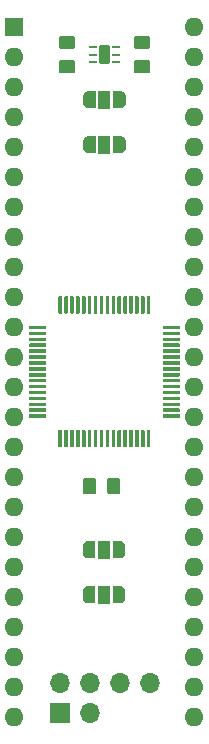
<source format=gbr>
G04 #@! TF.GenerationSoftware,KiCad,Pcbnew,(5.1.5)-3*
G04 #@! TF.CreationDate,2021-01-01T17:19:35-05:00*
G04 #@! TF.ProjectId,DIP48-XC9572XL,44495034-382d-4584-9339-353732584c2e,1*
G04 #@! TF.SameCoordinates,Original*
G04 #@! TF.FileFunction,Soldermask,Bot*
G04 #@! TF.FilePolarity,Negative*
%FSLAX46Y46*%
G04 Gerber Fmt 4.6, Leading zero omitted, Abs format (unit mm)*
G04 Created by KiCad (PCBNEW (5.1.5)-3) date 2021-01-01 17:19:35*
%MOMM*%
%LPD*%
G04 APERTURE LIST*
%ADD10R,1.700000X1.700000*%
%ADD11O,1.700000X1.700000*%
%ADD12C,0.100000*%
%ADD13R,1.600000X1.600000*%
%ADD14O,1.600000X1.600000*%
%ADD15R,1.000000X1.500000*%
%ADD16R,0.650000X0.280000*%
G04 APERTURE END LIST*
D10*
X85750400Y-105943400D03*
D11*
X85750400Y-103403400D03*
X88290400Y-105943400D03*
X88290400Y-103403400D03*
X90830400Y-103403400D03*
X93370400Y-103403400D03*
D12*
G36*
X95867351Y-73125861D02*
G01*
X95874632Y-73126941D01*
X95881771Y-73128729D01*
X95888701Y-73131209D01*
X95895355Y-73134356D01*
X95901668Y-73138140D01*
X95907579Y-73142524D01*
X95913033Y-73147467D01*
X95917976Y-73152921D01*
X95922360Y-73158832D01*
X95926144Y-73165145D01*
X95929291Y-73171799D01*
X95931771Y-73178729D01*
X95933559Y-73185868D01*
X95934639Y-73193149D01*
X95935000Y-73200500D01*
X95935000Y-73350500D01*
X95934639Y-73357851D01*
X95933559Y-73365132D01*
X95931771Y-73372271D01*
X95929291Y-73379201D01*
X95926144Y-73385855D01*
X95922360Y-73392168D01*
X95917976Y-73398079D01*
X95913033Y-73403533D01*
X95907579Y-73408476D01*
X95901668Y-73412860D01*
X95895355Y-73416644D01*
X95888701Y-73419791D01*
X95881771Y-73422271D01*
X95874632Y-73424059D01*
X95867351Y-73425139D01*
X95860000Y-73425500D01*
X94535000Y-73425500D01*
X94527649Y-73425139D01*
X94520368Y-73424059D01*
X94513229Y-73422271D01*
X94506299Y-73419791D01*
X94499645Y-73416644D01*
X94493332Y-73412860D01*
X94487421Y-73408476D01*
X94481967Y-73403533D01*
X94477024Y-73398079D01*
X94472640Y-73392168D01*
X94468856Y-73385855D01*
X94465709Y-73379201D01*
X94463229Y-73372271D01*
X94461441Y-73365132D01*
X94460361Y-73357851D01*
X94460000Y-73350500D01*
X94460000Y-73200500D01*
X94460361Y-73193149D01*
X94461441Y-73185868D01*
X94463229Y-73178729D01*
X94465709Y-73171799D01*
X94468856Y-73165145D01*
X94472640Y-73158832D01*
X94477024Y-73152921D01*
X94481967Y-73147467D01*
X94487421Y-73142524D01*
X94493332Y-73138140D01*
X94499645Y-73134356D01*
X94506299Y-73131209D01*
X94513229Y-73128729D01*
X94520368Y-73126941D01*
X94527649Y-73125861D01*
X94535000Y-73125500D01*
X95860000Y-73125500D01*
X95867351Y-73125861D01*
G37*
G36*
X95867351Y-73625861D02*
G01*
X95874632Y-73626941D01*
X95881771Y-73628729D01*
X95888701Y-73631209D01*
X95895355Y-73634356D01*
X95901668Y-73638140D01*
X95907579Y-73642524D01*
X95913033Y-73647467D01*
X95917976Y-73652921D01*
X95922360Y-73658832D01*
X95926144Y-73665145D01*
X95929291Y-73671799D01*
X95931771Y-73678729D01*
X95933559Y-73685868D01*
X95934639Y-73693149D01*
X95935000Y-73700500D01*
X95935000Y-73850500D01*
X95934639Y-73857851D01*
X95933559Y-73865132D01*
X95931771Y-73872271D01*
X95929291Y-73879201D01*
X95926144Y-73885855D01*
X95922360Y-73892168D01*
X95917976Y-73898079D01*
X95913033Y-73903533D01*
X95907579Y-73908476D01*
X95901668Y-73912860D01*
X95895355Y-73916644D01*
X95888701Y-73919791D01*
X95881771Y-73922271D01*
X95874632Y-73924059D01*
X95867351Y-73925139D01*
X95860000Y-73925500D01*
X94535000Y-73925500D01*
X94527649Y-73925139D01*
X94520368Y-73924059D01*
X94513229Y-73922271D01*
X94506299Y-73919791D01*
X94499645Y-73916644D01*
X94493332Y-73912860D01*
X94487421Y-73908476D01*
X94481967Y-73903533D01*
X94477024Y-73898079D01*
X94472640Y-73892168D01*
X94468856Y-73885855D01*
X94465709Y-73879201D01*
X94463229Y-73872271D01*
X94461441Y-73865132D01*
X94460361Y-73857851D01*
X94460000Y-73850500D01*
X94460000Y-73700500D01*
X94460361Y-73693149D01*
X94461441Y-73685868D01*
X94463229Y-73678729D01*
X94465709Y-73671799D01*
X94468856Y-73665145D01*
X94472640Y-73658832D01*
X94477024Y-73652921D01*
X94481967Y-73647467D01*
X94487421Y-73642524D01*
X94493332Y-73638140D01*
X94499645Y-73634356D01*
X94506299Y-73631209D01*
X94513229Y-73628729D01*
X94520368Y-73626941D01*
X94527649Y-73625861D01*
X94535000Y-73625500D01*
X95860000Y-73625500D01*
X95867351Y-73625861D01*
G37*
G36*
X95867351Y-74125861D02*
G01*
X95874632Y-74126941D01*
X95881771Y-74128729D01*
X95888701Y-74131209D01*
X95895355Y-74134356D01*
X95901668Y-74138140D01*
X95907579Y-74142524D01*
X95913033Y-74147467D01*
X95917976Y-74152921D01*
X95922360Y-74158832D01*
X95926144Y-74165145D01*
X95929291Y-74171799D01*
X95931771Y-74178729D01*
X95933559Y-74185868D01*
X95934639Y-74193149D01*
X95935000Y-74200500D01*
X95935000Y-74350500D01*
X95934639Y-74357851D01*
X95933559Y-74365132D01*
X95931771Y-74372271D01*
X95929291Y-74379201D01*
X95926144Y-74385855D01*
X95922360Y-74392168D01*
X95917976Y-74398079D01*
X95913033Y-74403533D01*
X95907579Y-74408476D01*
X95901668Y-74412860D01*
X95895355Y-74416644D01*
X95888701Y-74419791D01*
X95881771Y-74422271D01*
X95874632Y-74424059D01*
X95867351Y-74425139D01*
X95860000Y-74425500D01*
X94535000Y-74425500D01*
X94527649Y-74425139D01*
X94520368Y-74424059D01*
X94513229Y-74422271D01*
X94506299Y-74419791D01*
X94499645Y-74416644D01*
X94493332Y-74412860D01*
X94487421Y-74408476D01*
X94481967Y-74403533D01*
X94477024Y-74398079D01*
X94472640Y-74392168D01*
X94468856Y-74385855D01*
X94465709Y-74379201D01*
X94463229Y-74372271D01*
X94461441Y-74365132D01*
X94460361Y-74357851D01*
X94460000Y-74350500D01*
X94460000Y-74200500D01*
X94460361Y-74193149D01*
X94461441Y-74185868D01*
X94463229Y-74178729D01*
X94465709Y-74171799D01*
X94468856Y-74165145D01*
X94472640Y-74158832D01*
X94477024Y-74152921D01*
X94481967Y-74147467D01*
X94487421Y-74142524D01*
X94493332Y-74138140D01*
X94499645Y-74134356D01*
X94506299Y-74131209D01*
X94513229Y-74128729D01*
X94520368Y-74126941D01*
X94527649Y-74125861D01*
X94535000Y-74125500D01*
X95860000Y-74125500D01*
X95867351Y-74125861D01*
G37*
G36*
X95867351Y-74625861D02*
G01*
X95874632Y-74626941D01*
X95881771Y-74628729D01*
X95888701Y-74631209D01*
X95895355Y-74634356D01*
X95901668Y-74638140D01*
X95907579Y-74642524D01*
X95913033Y-74647467D01*
X95917976Y-74652921D01*
X95922360Y-74658832D01*
X95926144Y-74665145D01*
X95929291Y-74671799D01*
X95931771Y-74678729D01*
X95933559Y-74685868D01*
X95934639Y-74693149D01*
X95935000Y-74700500D01*
X95935000Y-74850500D01*
X95934639Y-74857851D01*
X95933559Y-74865132D01*
X95931771Y-74872271D01*
X95929291Y-74879201D01*
X95926144Y-74885855D01*
X95922360Y-74892168D01*
X95917976Y-74898079D01*
X95913033Y-74903533D01*
X95907579Y-74908476D01*
X95901668Y-74912860D01*
X95895355Y-74916644D01*
X95888701Y-74919791D01*
X95881771Y-74922271D01*
X95874632Y-74924059D01*
X95867351Y-74925139D01*
X95860000Y-74925500D01*
X94535000Y-74925500D01*
X94527649Y-74925139D01*
X94520368Y-74924059D01*
X94513229Y-74922271D01*
X94506299Y-74919791D01*
X94499645Y-74916644D01*
X94493332Y-74912860D01*
X94487421Y-74908476D01*
X94481967Y-74903533D01*
X94477024Y-74898079D01*
X94472640Y-74892168D01*
X94468856Y-74885855D01*
X94465709Y-74879201D01*
X94463229Y-74872271D01*
X94461441Y-74865132D01*
X94460361Y-74857851D01*
X94460000Y-74850500D01*
X94460000Y-74700500D01*
X94460361Y-74693149D01*
X94461441Y-74685868D01*
X94463229Y-74678729D01*
X94465709Y-74671799D01*
X94468856Y-74665145D01*
X94472640Y-74658832D01*
X94477024Y-74652921D01*
X94481967Y-74647467D01*
X94487421Y-74642524D01*
X94493332Y-74638140D01*
X94499645Y-74634356D01*
X94506299Y-74631209D01*
X94513229Y-74628729D01*
X94520368Y-74626941D01*
X94527649Y-74625861D01*
X94535000Y-74625500D01*
X95860000Y-74625500D01*
X95867351Y-74625861D01*
G37*
G36*
X95867351Y-75125861D02*
G01*
X95874632Y-75126941D01*
X95881771Y-75128729D01*
X95888701Y-75131209D01*
X95895355Y-75134356D01*
X95901668Y-75138140D01*
X95907579Y-75142524D01*
X95913033Y-75147467D01*
X95917976Y-75152921D01*
X95922360Y-75158832D01*
X95926144Y-75165145D01*
X95929291Y-75171799D01*
X95931771Y-75178729D01*
X95933559Y-75185868D01*
X95934639Y-75193149D01*
X95935000Y-75200500D01*
X95935000Y-75350500D01*
X95934639Y-75357851D01*
X95933559Y-75365132D01*
X95931771Y-75372271D01*
X95929291Y-75379201D01*
X95926144Y-75385855D01*
X95922360Y-75392168D01*
X95917976Y-75398079D01*
X95913033Y-75403533D01*
X95907579Y-75408476D01*
X95901668Y-75412860D01*
X95895355Y-75416644D01*
X95888701Y-75419791D01*
X95881771Y-75422271D01*
X95874632Y-75424059D01*
X95867351Y-75425139D01*
X95860000Y-75425500D01*
X94535000Y-75425500D01*
X94527649Y-75425139D01*
X94520368Y-75424059D01*
X94513229Y-75422271D01*
X94506299Y-75419791D01*
X94499645Y-75416644D01*
X94493332Y-75412860D01*
X94487421Y-75408476D01*
X94481967Y-75403533D01*
X94477024Y-75398079D01*
X94472640Y-75392168D01*
X94468856Y-75385855D01*
X94465709Y-75379201D01*
X94463229Y-75372271D01*
X94461441Y-75365132D01*
X94460361Y-75357851D01*
X94460000Y-75350500D01*
X94460000Y-75200500D01*
X94460361Y-75193149D01*
X94461441Y-75185868D01*
X94463229Y-75178729D01*
X94465709Y-75171799D01*
X94468856Y-75165145D01*
X94472640Y-75158832D01*
X94477024Y-75152921D01*
X94481967Y-75147467D01*
X94487421Y-75142524D01*
X94493332Y-75138140D01*
X94499645Y-75134356D01*
X94506299Y-75131209D01*
X94513229Y-75128729D01*
X94520368Y-75126941D01*
X94527649Y-75125861D01*
X94535000Y-75125500D01*
X95860000Y-75125500D01*
X95867351Y-75125861D01*
G37*
G36*
X95867351Y-75625861D02*
G01*
X95874632Y-75626941D01*
X95881771Y-75628729D01*
X95888701Y-75631209D01*
X95895355Y-75634356D01*
X95901668Y-75638140D01*
X95907579Y-75642524D01*
X95913033Y-75647467D01*
X95917976Y-75652921D01*
X95922360Y-75658832D01*
X95926144Y-75665145D01*
X95929291Y-75671799D01*
X95931771Y-75678729D01*
X95933559Y-75685868D01*
X95934639Y-75693149D01*
X95935000Y-75700500D01*
X95935000Y-75850500D01*
X95934639Y-75857851D01*
X95933559Y-75865132D01*
X95931771Y-75872271D01*
X95929291Y-75879201D01*
X95926144Y-75885855D01*
X95922360Y-75892168D01*
X95917976Y-75898079D01*
X95913033Y-75903533D01*
X95907579Y-75908476D01*
X95901668Y-75912860D01*
X95895355Y-75916644D01*
X95888701Y-75919791D01*
X95881771Y-75922271D01*
X95874632Y-75924059D01*
X95867351Y-75925139D01*
X95860000Y-75925500D01*
X94535000Y-75925500D01*
X94527649Y-75925139D01*
X94520368Y-75924059D01*
X94513229Y-75922271D01*
X94506299Y-75919791D01*
X94499645Y-75916644D01*
X94493332Y-75912860D01*
X94487421Y-75908476D01*
X94481967Y-75903533D01*
X94477024Y-75898079D01*
X94472640Y-75892168D01*
X94468856Y-75885855D01*
X94465709Y-75879201D01*
X94463229Y-75872271D01*
X94461441Y-75865132D01*
X94460361Y-75857851D01*
X94460000Y-75850500D01*
X94460000Y-75700500D01*
X94460361Y-75693149D01*
X94461441Y-75685868D01*
X94463229Y-75678729D01*
X94465709Y-75671799D01*
X94468856Y-75665145D01*
X94472640Y-75658832D01*
X94477024Y-75652921D01*
X94481967Y-75647467D01*
X94487421Y-75642524D01*
X94493332Y-75638140D01*
X94499645Y-75634356D01*
X94506299Y-75631209D01*
X94513229Y-75628729D01*
X94520368Y-75626941D01*
X94527649Y-75625861D01*
X94535000Y-75625500D01*
X95860000Y-75625500D01*
X95867351Y-75625861D01*
G37*
G36*
X95867351Y-76125861D02*
G01*
X95874632Y-76126941D01*
X95881771Y-76128729D01*
X95888701Y-76131209D01*
X95895355Y-76134356D01*
X95901668Y-76138140D01*
X95907579Y-76142524D01*
X95913033Y-76147467D01*
X95917976Y-76152921D01*
X95922360Y-76158832D01*
X95926144Y-76165145D01*
X95929291Y-76171799D01*
X95931771Y-76178729D01*
X95933559Y-76185868D01*
X95934639Y-76193149D01*
X95935000Y-76200500D01*
X95935000Y-76350500D01*
X95934639Y-76357851D01*
X95933559Y-76365132D01*
X95931771Y-76372271D01*
X95929291Y-76379201D01*
X95926144Y-76385855D01*
X95922360Y-76392168D01*
X95917976Y-76398079D01*
X95913033Y-76403533D01*
X95907579Y-76408476D01*
X95901668Y-76412860D01*
X95895355Y-76416644D01*
X95888701Y-76419791D01*
X95881771Y-76422271D01*
X95874632Y-76424059D01*
X95867351Y-76425139D01*
X95860000Y-76425500D01*
X94535000Y-76425500D01*
X94527649Y-76425139D01*
X94520368Y-76424059D01*
X94513229Y-76422271D01*
X94506299Y-76419791D01*
X94499645Y-76416644D01*
X94493332Y-76412860D01*
X94487421Y-76408476D01*
X94481967Y-76403533D01*
X94477024Y-76398079D01*
X94472640Y-76392168D01*
X94468856Y-76385855D01*
X94465709Y-76379201D01*
X94463229Y-76372271D01*
X94461441Y-76365132D01*
X94460361Y-76357851D01*
X94460000Y-76350500D01*
X94460000Y-76200500D01*
X94460361Y-76193149D01*
X94461441Y-76185868D01*
X94463229Y-76178729D01*
X94465709Y-76171799D01*
X94468856Y-76165145D01*
X94472640Y-76158832D01*
X94477024Y-76152921D01*
X94481967Y-76147467D01*
X94487421Y-76142524D01*
X94493332Y-76138140D01*
X94499645Y-76134356D01*
X94506299Y-76131209D01*
X94513229Y-76128729D01*
X94520368Y-76126941D01*
X94527649Y-76125861D01*
X94535000Y-76125500D01*
X95860000Y-76125500D01*
X95867351Y-76125861D01*
G37*
G36*
X95867351Y-76625861D02*
G01*
X95874632Y-76626941D01*
X95881771Y-76628729D01*
X95888701Y-76631209D01*
X95895355Y-76634356D01*
X95901668Y-76638140D01*
X95907579Y-76642524D01*
X95913033Y-76647467D01*
X95917976Y-76652921D01*
X95922360Y-76658832D01*
X95926144Y-76665145D01*
X95929291Y-76671799D01*
X95931771Y-76678729D01*
X95933559Y-76685868D01*
X95934639Y-76693149D01*
X95935000Y-76700500D01*
X95935000Y-76850500D01*
X95934639Y-76857851D01*
X95933559Y-76865132D01*
X95931771Y-76872271D01*
X95929291Y-76879201D01*
X95926144Y-76885855D01*
X95922360Y-76892168D01*
X95917976Y-76898079D01*
X95913033Y-76903533D01*
X95907579Y-76908476D01*
X95901668Y-76912860D01*
X95895355Y-76916644D01*
X95888701Y-76919791D01*
X95881771Y-76922271D01*
X95874632Y-76924059D01*
X95867351Y-76925139D01*
X95860000Y-76925500D01*
X94535000Y-76925500D01*
X94527649Y-76925139D01*
X94520368Y-76924059D01*
X94513229Y-76922271D01*
X94506299Y-76919791D01*
X94499645Y-76916644D01*
X94493332Y-76912860D01*
X94487421Y-76908476D01*
X94481967Y-76903533D01*
X94477024Y-76898079D01*
X94472640Y-76892168D01*
X94468856Y-76885855D01*
X94465709Y-76879201D01*
X94463229Y-76872271D01*
X94461441Y-76865132D01*
X94460361Y-76857851D01*
X94460000Y-76850500D01*
X94460000Y-76700500D01*
X94460361Y-76693149D01*
X94461441Y-76685868D01*
X94463229Y-76678729D01*
X94465709Y-76671799D01*
X94468856Y-76665145D01*
X94472640Y-76658832D01*
X94477024Y-76652921D01*
X94481967Y-76647467D01*
X94487421Y-76642524D01*
X94493332Y-76638140D01*
X94499645Y-76634356D01*
X94506299Y-76631209D01*
X94513229Y-76628729D01*
X94520368Y-76626941D01*
X94527649Y-76625861D01*
X94535000Y-76625500D01*
X95860000Y-76625500D01*
X95867351Y-76625861D01*
G37*
G36*
X95867351Y-77125861D02*
G01*
X95874632Y-77126941D01*
X95881771Y-77128729D01*
X95888701Y-77131209D01*
X95895355Y-77134356D01*
X95901668Y-77138140D01*
X95907579Y-77142524D01*
X95913033Y-77147467D01*
X95917976Y-77152921D01*
X95922360Y-77158832D01*
X95926144Y-77165145D01*
X95929291Y-77171799D01*
X95931771Y-77178729D01*
X95933559Y-77185868D01*
X95934639Y-77193149D01*
X95935000Y-77200500D01*
X95935000Y-77350500D01*
X95934639Y-77357851D01*
X95933559Y-77365132D01*
X95931771Y-77372271D01*
X95929291Y-77379201D01*
X95926144Y-77385855D01*
X95922360Y-77392168D01*
X95917976Y-77398079D01*
X95913033Y-77403533D01*
X95907579Y-77408476D01*
X95901668Y-77412860D01*
X95895355Y-77416644D01*
X95888701Y-77419791D01*
X95881771Y-77422271D01*
X95874632Y-77424059D01*
X95867351Y-77425139D01*
X95860000Y-77425500D01*
X94535000Y-77425500D01*
X94527649Y-77425139D01*
X94520368Y-77424059D01*
X94513229Y-77422271D01*
X94506299Y-77419791D01*
X94499645Y-77416644D01*
X94493332Y-77412860D01*
X94487421Y-77408476D01*
X94481967Y-77403533D01*
X94477024Y-77398079D01*
X94472640Y-77392168D01*
X94468856Y-77385855D01*
X94465709Y-77379201D01*
X94463229Y-77372271D01*
X94461441Y-77365132D01*
X94460361Y-77357851D01*
X94460000Y-77350500D01*
X94460000Y-77200500D01*
X94460361Y-77193149D01*
X94461441Y-77185868D01*
X94463229Y-77178729D01*
X94465709Y-77171799D01*
X94468856Y-77165145D01*
X94472640Y-77158832D01*
X94477024Y-77152921D01*
X94481967Y-77147467D01*
X94487421Y-77142524D01*
X94493332Y-77138140D01*
X94499645Y-77134356D01*
X94506299Y-77131209D01*
X94513229Y-77128729D01*
X94520368Y-77126941D01*
X94527649Y-77125861D01*
X94535000Y-77125500D01*
X95860000Y-77125500D01*
X95867351Y-77125861D01*
G37*
G36*
X95867351Y-77625861D02*
G01*
X95874632Y-77626941D01*
X95881771Y-77628729D01*
X95888701Y-77631209D01*
X95895355Y-77634356D01*
X95901668Y-77638140D01*
X95907579Y-77642524D01*
X95913033Y-77647467D01*
X95917976Y-77652921D01*
X95922360Y-77658832D01*
X95926144Y-77665145D01*
X95929291Y-77671799D01*
X95931771Y-77678729D01*
X95933559Y-77685868D01*
X95934639Y-77693149D01*
X95935000Y-77700500D01*
X95935000Y-77850500D01*
X95934639Y-77857851D01*
X95933559Y-77865132D01*
X95931771Y-77872271D01*
X95929291Y-77879201D01*
X95926144Y-77885855D01*
X95922360Y-77892168D01*
X95917976Y-77898079D01*
X95913033Y-77903533D01*
X95907579Y-77908476D01*
X95901668Y-77912860D01*
X95895355Y-77916644D01*
X95888701Y-77919791D01*
X95881771Y-77922271D01*
X95874632Y-77924059D01*
X95867351Y-77925139D01*
X95860000Y-77925500D01*
X94535000Y-77925500D01*
X94527649Y-77925139D01*
X94520368Y-77924059D01*
X94513229Y-77922271D01*
X94506299Y-77919791D01*
X94499645Y-77916644D01*
X94493332Y-77912860D01*
X94487421Y-77908476D01*
X94481967Y-77903533D01*
X94477024Y-77898079D01*
X94472640Y-77892168D01*
X94468856Y-77885855D01*
X94465709Y-77879201D01*
X94463229Y-77872271D01*
X94461441Y-77865132D01*
X94460361Y-77857851D01*
X94460000Y-77850500D01*
X94460000Y-77700500D01*
X94460361Y-77693149D01*
X94461441Y-77685868D01*
X94463229Y-77678729D01*
X94465709Y-77671799D01*
X94468856Y-77665145D01*
X94472640Y-77658832D01*
X94477024Y-77652921D01*
X94481967Y-77647467D01*
X94487421Y-77642524D01*
X94493332Y-77638140D01*
X94499645Y-77634356D01*
X94506299Y-77631209D01*
X94513229Y-77628729D01*
X94520368Y-77626941D01*
X94527649Y-77625861D01*
X94535000Y-77625500D01*
X95860000Y-77625500D01*
X95867351Y-77625861D01*
G37*
G36*
X95867351Y-78125861D02*
G01*
X95874632Y-78126941D01*
X95881771Y-78128729D01*
X95888701Y-78131209D01*
X95895355Y-78134356D01*
X95901668Y-78138140D01*
X95907579Y-78142524D01*
X95913033Y-78147467D01*
X95917976Y-78152921D01*
X95922360Y-78158832D01*
X95926144Y-78165145D01*
X95929291Y-78171799D01*
X95931771Y-78178729D01*
X95933559Y-78185868D01*
X95934639Y-78193149D01*
X95935000Y-78200500D01*
X95935000Y-78350500D01*
X95934639Y-78357851D01*
X95933559Y-78365132D01*
X95931771Y-78372271D01*
X95929291Y-78379201D01*
X95926144Y-78385855D01*
X95922360Y-78392168D01*
X95917976Y-78398079D01*
X95913033Y-78403533D01*
X95907579Y-78408476D01*
X95901668Y-78412860D01*
X95895355Y-78416644D01*
X95888701Y-78419791D01*
X95881771Y-78422271D01*
X95874632Y-78424059D01*
X95867351Y-78425139D01*
X95860000Y-78425500D01*
X94535000Y-78425500D01*
X94527649Y-78425139D01*
X94520368Y-78424059D01*
X94513229Y-78422271D01*
X94506299Y-78419791D01*
X94499645Y-78416644D01*
X94493332Y-78412860D01*
X94487421Y-78408476D01*
X94481967Y-78403533D01*
X94477024Y-78398079D01*
X94472640Y-78392168D01*
X94468856Y-78385855D01*
X94465709Y-78379201D01*
X94463229Y-78372271D01*
X94461441Y-78365132D01*
X94460361Y-78357851D01*
X94460000Y-78350500D01*
X94460000Y-78200500D01*
X94460361Y-78193149D01*
X94461441Y-78185868D01*
X94463229Y-78178729D01*
X94465709Y-78171799D01*
X94468856Y-78165145D01*
X94472640Y-78158832D01*
X94477024Y-78152921D01*
X94481967Y-78147467D01*
X94487421Y-78142524D01*
X94493332Y-78138140D01*
X94499645Y-78134356D01*
X94506299Y-78131209D01*
X94513229Y-78128729D01*
X94520368Y-78126941D01*
X94527649Y-78125861D01*
X94535000Y-78125500D01*
X95860000Y-78125500D01*
X95867351Y-78125861D01*
G37*
G36*
X95867351Y-78625861D02*
G01*
X95874632Y-78626941D01*
X95881771Y-78628729D01*
X95888701Y-78631209D01*
X95895355Y-78634356D01*
X95901668Y-78638140D01*
X95907579Y-78642524D01*
X95913033Y-78647467D01*
X95917976Y-78652921D01*
X95922360Y-78658832D01*
X95926144Y-78665145D01*
X95929291Y-78671799D01*
X95931771Y-78678729D01*
X95933559Y-78685868D01*
X95934639Y-78693149D01*
X95935000Y-78700500D01*
X95935000Y-78850500D01*
X95934639Y-78857851D01*
X95933559Y-78865132D01*
X95931771Y-78872271D01*
X95929291Y-78879201D01*
X95926144Y-78885855D01*
X95922360Y-78892168D01*
X95917976Y-78898079D01*
X95913033Y-78903533D01*
X95907579Y-78908476D01*
X95901668Y-78912860D01*
X95895355Y-78916644D01*
X95888701Y-78919791D01*
X95881771Y-78922271D01*
X95874632Y-78924059D01*
X95867351Y-78925139D01*
X95860000Y-78925500D01*
X94535000Y-78925500D01*
X94527649Y-78925139D01*
X94520368Y-78924059D01*
X94513229Y-78922271D01*
X94506299Y-78919791D01*
X94499645Y-78916644D01*
X94493332Y-78912860D01*
X94487421Y-78908476D01*
X94481967Y-78903533D01*
X94477024Y-78898079D01*
X94472640Y-78892168D01*
X94468856Y-78885855D01*
X94465709Y-78879201D01*
X94463229Y-78872271D01*
X94461441Y-78865132D01*
X94460361Y-78857851D01*
X94460000Y-78850500D01*
X94460000Y-78700500D01*
X94460361Y-78693149D01*
X94461441Y-78685868D01*
X94463229Y-78678729D01*
X94465709Y-78671799D01*
X94468856Y-78665145D01*
X94472640Y-78658832D01*
X94477024Y-78652921D01*
X94481967Y-78647467D01*
X94487421Y-78642524D01*
X94493332Y-78638140D01*
X94499645Y-78634356D01*
X94506299Y-78631209D01*
X94513229Y-78628729D01*
X94520368Y-78626941D01*
X94527649Y-78625861D01*
X94535000Y-78625500D01*
X95860000Y-78625500D01*
X95867351Y-78625861D01*
G37*
G36*
X95867351Y-79125861D02*
G01*
X95874632Y-79126941D01*
X95881771Y-79128729D01*
X95888701Y-79131209D01*
X95895355Y-79134356D01*
X95901668Y-79138140D01*
X95907579Y-79142524D01*
X95913033Y-79147467D01*
X95917976Y-79152921D01*
X95922360Y-79158832D01*
X95926144Y-79165145D01*
X95929291Y-79171799D01*
X95931771Y-79178729D01*
X95933559Y-79185868D01*
X95934639Y-79193149D01*
X95935000Y-79200500D01*
X95935000Y-79350500D01*
X95934639Y-79357851D01*
X95933559Y-79365132D01*
X95931771Y-79372271D01*
X95929291Y-79379201D01*
X95926144Y-79385855D01*
X95922360Y-79392168D01*
X95917976Y-79398079D01*
X95913033Y-79403533D01*
X95907579Y-79408476D01*
X95901668Y-79412860D01*
X95895355Y-79416644D01*
X95888701Y-79419791D01*
X95881771Y-79422271D01*
X95874632Y-79424059D01*
X95867351Y-79425139D01*
X95860000Y-79425500D01*
X94535000Y-79425500D01*
X94527649Y-79425139D01*
X94520368Y-79424059D01*
X94513229Y-79422271D01*
X94506299Y-79419791D01*
X94499645Y-79416644D01*
X94493332Y-79412860D01*
X94487421Y-79408476D01*
X94481967Y-79403533D01*
X94477024Y-79398079D01*
X94472640Y-79392168D01*
X94468856Y-79385855D01*
X94465709Y-79379201D01*
X94463229Y-79372271D01*
X94461441Y-79365132D01*
X94460361Y-79357851D01*
X94460000Y-79350500D01*
X94460000Y-79200500D01*
X94460361Y-79193149D01*
X94461441Y-79185868D01*
X94463229Y-79178729D01*
X94465709Y-79171799D01*
X94468856Y-79165145D01*
X94472640Y-79158832D01*
X94477024Y-79152921D01*
X94481967Y-79147467D01*
X94487421Y-79142524D01*
X94493332Y-79138140D01*
X94499645Y-79134356D01*
X94506299Y-79131209D01*
X94513229Y-79128729D01*
X94520368Y-79126941D01*
X94527649Y-79125861D01*
X94535000Y-79125500D01*
X95860000Y-79125500D01*
X95867351Y-79125861D01*
G37*
G36*
X95867351Y-79625861D02*
G01*
X95874632Y-79626941D01*
X95881771Y-79628729D01*
X95888701Y-79631209D01*
X95895355Y-79634356D01*
X95901668Y-79638140D01*
X95907579Y-79642524D01*
X95913033Y-79647467D01*
X95917976Y-79652921D01*
X95922360Y-79658832D01*
X95926144Y-79665145D01*
X95929291Y-79671799D01*
X95931771Y-79678729D01*
X95933559Y-79685868D01*
X95934639Y-79693149D01*
X95935000Y-79700500D01*
X95935000Y-79850500D01*
X95934639Y-79857851D01*
X95933559Y-79865132D01*
X95931771Y-79872271D01*
X95929291Y-79879201D01*
X95926144Y-79885855D01*
X95922360Y-79892168D01*
X95917976Y-79898079D01*
X95913033Y-79903533D01*
X95907579Y-79908476D01*
X95901668Y-79912860D01*
X95895355Y-79916644D01*
X95888701Y-79919791D01*
X95881771Y-79922271D01*
X95874632Y-79924059D01*
X95867351Y-79925139D01*
X95860000Y-79925500D01*
X94535000Y-79925500D01*
X94527649Y-79925139D01*
X94520368Y-79924059D01*
X94513229Y-79922271D01*
X94506299Y-79919791D01*
X94499645Y-79916644D01*
X94493332Y-79912860D01*
X94487421Y-79908476D01*
X94481967Y-79903533D01*
X94477024Y-79898079D01*
X94472640Y-79892168D01*
X94468856Y-79885855D01*
X94465709Y-79879201D01*
X94463229Y-79872271D01*
X94461441Y-79865132D01*
X94460361Y-79857851D01*
X94460000Y-79850500D01*
X94460000Y-79700500D01*
X94460361Y-79693149D01*
X94461441Y-79685868D01*
X94463229Y-79678729D01*
X94465709Y-79671799D01*
X94468856Y-79665145D01*
X94472640Y-79658832D01*
X94477024Y-79652921D01*
X94481967Y-79647467D01*
X94487421Y-79642524D01*
X94493332Y-79638140D01*
X94499645Y-79634356D01*
X94506299Y-79631209D01*
X94513229Y-79628729D01*
X94520368Y-79626941D01*
X94527649Y-79625861D01*
X94535000Y-79625500D01*
X95860000Y-79625500D01*
X95867351Y-79625861D01*
G37*
G36*
X95867351Y-80125861D02*
G01*
X95874632Y-80126941D01*
X95881771Y-80128729D01*
X95888701Y-80131209D01*
X95895355Y-80134356D01*
X95901668Y-80138140D01*
X95907579Y-80142524D01*
X95913033Y-80147467D01*
X95917976Y-80152921D01*
X95922360Y-80158832D01*
X95926144Y-80165145D01*
X95929291Y-80171799D01*
X95931771Y-80178729D01*
X95933559Y-80185868D01*
X95934639Y-80193149D01*
X95935000Y-80200500D01*
X95935000Y-80350500D01*
X95934639Y-80357851D01*
X95933559Y-80365132D01*
X95931771Y-80372271D01*
X95929291Y-80379201D01*
X95926144Y-80385855D01*
X95922360Y-80392168D01*
X95917976Y-80398079D01*
X95913033Y-80403533D01*
X95907579Y-80408476D01*
X95901668Y-80412860D01*
X95895355Y-80416644D01*
X95888701Y-80419791D01*
X95881771Y-80422271D01*
X95874632Y-80424059D01*
X95867351Y-80425139D01*
X95860000Y-80425500D01*
X94535000Y-80425500D01*
X94527649Y-80425139D01*
X94520368Y-80424059D01*
X94513229Y-80422271D01*
X94506299Y-80419791D01*
X94499645Y-80416644D01*
X94493332Y-80412860D01*
X94487421Y-80408476D01*
X94481967Y-80403533D01*
X94477024Y-80398079D01*
X94472640Y-80392168D01*
X94468856Y-80385855D01*
X94465709Y-80379201D01*
X94463229Y-80372271D01*
X94461441Y-80365132D01*
X94460361Y-80357851D01*
X94460000Y-80350500D01*
X94460000Y-80200500D01*
X94460361Y-80193149D01*
X94461441Y-80185868D01*
X94463229Y-80178729D01*
X94465709Y-80171799D01*
X94468856Y-80165145D01*
X94472640Y-80158832D01*
X94477024Y-80152921D01*
X94481967Y-80147467D01*
X94487421Y-80142524D01*
X94493332Y-80138140D01*
X94499645Y-80134356D01*
X94506299Y-80131209D01*
X94513229Y-80128729D01*
X94520368Y-80126941D01*
X94527649Y-80125861D01*
X94535000Y-80125500D01*
X95860000Y-80125500D01*
X95867351Y-80125861D01*
G37*
G36*
X95867351Y-80625861D02*
G01*
X95874632Y-80626941D01*
X95881771Y-80628729D01*
X95888701Y-80631209D01*
X95895355Y-80634356D01*
X95901668Y-80638140D01*
X95907579Y-80642524D01*
X95913033Y-80647467D01*
X95917976Y-80652921D01*
X95922360Y-80658832D01*
X95926144Y-80665145D01*
X95929291Y-80671799D01*
X95931771Y-80678729D01*
X95933559Y-80685868D01*
X95934639Y-80693149D01*
X95935000Y-80700500D01*
X95935000Y-80850500D01*
X95934639Y-80857851D01*
X95933559Y-80865132D01*
X95931771Y-80872271D01*
X95929291Y-80879201D01*
X95926144Y-80885855D01*
X95922360Y-80892168D01*
X95917976Y-80898079D01*
X95913033Y-80903533D01*
X95907579Y-80908476D01*
X95901668Y-80912860D01*
X95895355Y-80916644D01*
X95888701Y-80919791D01*
X95881771Y-80922271D01*
X95874632Y-80924059D01*
X95867351Y-80925139D01*
X95860000Y-80925500D01*
X94535000Y-80925500D01*
X94527649Y-80925139D01*
X94520368Y-80924059D01*
X94513229Y-80922271D01*
X94506299Y-80919791D01*
X94499645Y-80916644D01*
X94493332Y-80912860D01*
X94487421Y-80908476D01*
X94481967Y-80903533D01*
X94477024Y-80898079D01*
X94472640Y-80892168D01*
X94468856Y-80885855D01*
X94465709Y-80879201D01*
X94463229Y-80872271D01*
X94461441Y-80865132D01*
X94460361Y-80857851D01*
X94460000Y-80850500D01*
X94460000Y-80700500D01*
X94460361Y-80693149D01*
X94461441Y-80685868D01*
X94463229Y-80678729D01*
X94465709Y-80671799D01*
X94468856Y-80665145D01*
X94472640Y-80658832D01*
X94477024Y-80652921D01*
X94481967Y-80647467D01*
X94487421Y-80642524D01*
X94493332Y-80638140D01*
X94499645Y-80634356D01*
X94506299Y-80631209D01*
X94513229Y-80628729D01*
X94520368Y-80626941D01*
X94527649Y-80625861D01*
X94535000Y-80625500D01*
X95860000Y-80625500D01*
X95867351Y-80625861D01*
G37*
G36*
X93367351Y-81950861D02*
G01*
X93374632Y-81951941D01*
X93381771Y-81953729D01*
X93388701Y-81956209D01*
X93395355Y-81959356D01*
X93401668Y-81963140D01*
X93407579Y-81967524D01*
X93413033Y-81972467D01*
X93417976Y-81977921D01*
X93422360Y-81983832D01*
X93426144Y-81990145D01*
X93429291Y-81996799D01*
X93431771Y-82003729D01*
X93433559Y-82010868D01*
X93434639Y-82018149D01*
X93435000Y-82025500D01*
X93435000Y-83350500D01*
X93434639Y-83357851D01*
X93433559Y-83365132D01*
X93431771Y-83372271D01*
X93429291Y-83379201D01*
X93426144Y-83385855D01*
X93422360Y-83392168D01*
X93417976Y-83398079D01*
X93413033Y-83403533D01*
X93407579Y-83408476D01*
X93401668Y-83412860D01*
X93395355Y-83416644D01*
X93388701Y-83419791D01*
X93381771Y-83422271D01*
X93374632Y-83424059D01*
X93367351Y-83425139D01*
X93360000Y-83425500D01*
X93210000Y-83425500D01*
X93202649Y-83425139D01*
X93195368Y-83424059D01*
X93188229Y-83422271D01*
X93181299Y-83419791D01*
X93174645Y-83416644D01*
X93168332Y-83412860D01*
X93162421Y-83408476D01*
X93156967Y-83403533D01*
X93152024Y-83398079D01*
X93147640Y-83392168D01*
X93143856Y-83385855D01*
X93140709Y-83379201D01*
X93138229Y-83372271D01*
X93136441Y-83365132D01*
X93135361Y-83357851D01*
X93135000Y-83350500D01*
X93135000Y-82025500D01*
X93135361Y-82018149D01*
X93136441Y-82010868D01*
X93138229Y-82003729D01*
X93140709Y-81996799D01*
X93143856Y-81990145D01*
X93147640Y-81983832D01*
X93152024Y-81977921D01*
X93156967Y-81972467D01*
X93162421Y-81967524D01*
X93168332Y-81963140D01*
X93174645Y-81959356D01*
X93181299Y-81956209D01*
X93188229Y-81953729D01*
X93195368Y-81951941D01*
X93202649Y-81950861D01*
X93210000Y-81950500D01*
X93360000Y-81950500D01*
X93367351Y-81950861D01*
G37*
G36*
X92867351Y-81950861D02*
G01*
X92874632Y-81951941D01*
X92881771Y-81953729D01*
X92888701Y-81956209D01*
X92895355Y-81959356D01*
X92901668Y-81963140D01*
X92907579Y-81967524D01*
X92913033Y-81972467D01*
X92917976Y-81977921D01*
X92922360Y-81983832D01*
X92926144Y-81990145D01*
X92929291Y-81996799D01*
X92931771Y-82003729D01*
X92933559Y-82010868D01*
X92934639Y-82018149D01*
X92935000Y-82025500D01*
X92935000Y-83350500D01*
X92934639Y-83357851D01*
X92933559Y-83365132D01*
X92931771Y-83372271D01*
X92929291Y-83379201D01*
X92926144Y-83385855D01*
X92922360Y-83392168D01*
X92917976Y-83398079D01*
X92913033Y-83403533D01*
X92907579Y-83408476D01*
X92901668Y-83412860D01*
X92895355Y-83416644D01*
X92888701Y-83419791D01*
X92881771Y-83422271D01*
X92874632Y-83424059D01*
X92867351Y-83425139D01*
X92860000Y-83425500D01*
X92710000Y-83425500D01*
X92702649Y-83425139D01*
X92695368Y-83424059D01*
X92688229Y-83422271D01*
X92681299Y-83419791D01*
X92674645Y-83416644D01*
X92668332Y-83412860D01*
X92662421Y-83408476D01*
X92656967Y-83403533D01*
X92652024Y-83398079D01*
X92647640Y-83392168D01*
X92643856Y-83385855D01*
X92640709Y-83379201D01*
X92638229Y-83372271D01*
X92636441Y-83365132D01*
X92635361Y-83357851D01*
X92635000Y-83350500D01*
X92635000Y-82025500D01*
X92635361Y-82018149D01*
X92636441Y-82010868D01*
X92638229Y-82003729D01*
X92640709Y-81996799D01*
X92643856Y-81990145D01*
X92647640Y-81983832D01*
X92652024Y-81977921D01*
X92656967Y-81972467D01*
X92662421Y-81967524D01*
X92668332Y-81963140D01*
X92674645Y-81959356D01*
X92681299Y-81956209D01*
X92688229Y-81953729D01*
X92695368Y-81951941D01*
X92702649Y-81950861D01*
X92710000Y-81950500D01*
X92860000Y-81950500D01*
X92867351Y-81950861D01*
G37*
G36*
X92367351Y-81950861D02*
G01*
X92374632Y-81951941D01*
X92381771Y-81953729D01*
X92388701Y-81956209D01*
X92395355Y-81959356D01*
X92401668Y-81963140D01*
X92407579Y-81967524D01*
X92413033Y-81972467D01*
X92417976Y-81977921D01*
X92422360Y-81983832D01*
X92426144Y-81990145D01*
X92429291Y-81996799D01*
X92431771Y-82003729D01*
X92433559Y-82010868D01*
X92434639Y-82018149D01*
X92435000Y-82025500D01*
X92435000Y-83350500D01*
X92434639Y-83357851D01*
X92433559Y-83365132D01*
X92431771Y-83372271D01*
X92429291Y-83379201D01*
X92426144Y-83385855D01*
X92422360Y-83392168D01*
X92417976Y-83398079D01*
X92413033Y-83403533D01*
X92407579Y-83408476D01*
X92401668Y-83412860D01*
X92395355Y-83416644D01*
X92388701Y-83419791D01*
X92381771Y-83422271D01*
X92374632Y-83424059D01*
X92367351Y-83425139D01*
X92360000Y-83425500D01*
X92210000Y-83425500D01*
X92202649Y-83425139D01*
X92195368Y-83424059D01*
X92188229Y-83422271D01*
X92181299Y-83419791D01*
X92174645Y-83416644D01*
X92168332Y-83412860D01*
X92162421Y-83408476D01*
X92156967Y-83403533D01*
X92152024Y-83398079D01*
X92147640Y-83392168D01*
X92143856Y-83385855D01*
X92140709Y-83379201D01*
X92138229Y-83372271D01*
X92136441Y-83365132D01*
X92135361Y-83357851D01*
X92135000Y-83350500D01*
X92135000Y-82025500D01*
X92135361Y-82018149D01*
X92136441Y-82010868D01*
X92138229Y-82003729D01*
X92140709Y-81996799D01*
X92143856Y-81990145D01*
X92147640Y-81983832D01*
X92152024Y-81977921D01*
X92156967Y-81972467D01*
X92162421Y-81967524D01*
X92168332Y-81963140D01*
X92174645Y-81959356D01*
X92181299Y-81956209D01*
X92188229Y-81953729D01*
X92195368Y-81951941D01*
X92202649Y-81950861D01*
X92210000Y-81950500D01*
X92360000Y-81950500D01*
X92367351Y-81950861D01*
G37*
G36*
X91867351Y-81950861D02*
G01*
X91874632Y-81951941D01*
X91881771Y-81953729D01*
X91888701Y-81956209D01*
X91895355Y-81959356D01*
X91901668Y-81963140D01*
X91907579Y-81967524D01*
X91913033Y-81972467D01*
X91917976Y-81977921D01*
X91922360Y-81983832D01*
X91926144Y-81990145D01*
X91929291Y-81996799D01*
X91931771Y-82003729D01*
X91933559Y-82010868D01*
X91934639Y-82018149D01*
X91935000Y-82025500D01*
X91935000Y-83350500D01*
X91934639Y-83357851D01*
X91933559Y-83365132D01*
X91931771Y-83372271D01*
X91929291Y-83379201D01*
X91926144Y-83385855D01*
X91922360Y-83392168D01*
X91917976Y-83398079D01*
X91913033Y-83403533D01*
X91907579Y-83408476D01*
X91901668Y-83412860D01*
X91895355Y-83416644D01*
X91888701Y-83419791D01*
X91881771Y-83422271D01*
X91874632Y-83424059D01*
X91867351Y-83425139D01*
X91860000Y-83425500D01*
X91710000Y-83425500D01*
X91702649Y-83425139D01*
X91695368Y-83424059D01*
X91688229Y-83422271D01*
X91681299Y-83419791D01*
X91674645Y-83416644D01*
X91668332Y-83412860D01*
X91662421Y-83408476D01*
X91656967Y-83403533D01*
X91652024Y-83398079D01*
X91647640Y-83392168D01*
X91643856Y-83385855D01*
X91640709Y-83379201D01*
X91638229Y-83372271D01*
X91636441Y-83365132D01*
X91635361Y-83357851D01*
X91635000Y-83350500D01*
X91635000Y-82025500D01*
X91635361Y-82018149D01*
X91636441Y-82010868D01*
X91638229Y-82003729D01*
X91640709Y-81996799D01*
X91643856Y-81990145D01*
X91647640Y-81983832D01*
X91652024Y-81977921D01*
X91656967Y-81972467D01*
X91662421Y-81967524D01*
X91668332Y-81963140D01*
X91674645Y-81959356D01*
X91681299Y-81956209D01*
X91688229Y-81953729D01*
X91695368Y-81951941D01*
X91702649Y-81950861D01*
X91710000Y-81950500D01*
X91860000Y-81950500D01*
X91867351Y-81950861D01*
G37*
G36*
X91367351Y-81950861D02*
G01*
X91374632Y-81951941D01*
X91381771Y-81953729D01*
X91388701Y-81956209D01*
X91395355Y-81959356D01*
X91401668Y-81963140D01*
X91407579Y-81967524D01*
X91413033Y-81972467D01*
X91417976Y-81977921D01*
X91422360Y-81983832D01*
X91426144Y-81990145D01*
X91429291Y-81996799D01*
X91431771Y-82003729D01*
X91433559Y-82010868D01*
X91434639Y-82018149D01*
X91435000Y-82025500D01*
X91435000Y-83350500D01*
X91434639Y-83357851D01*
X91433559Y-83365132D01*
X91431771Y-83372271D01*
X91429291Y-83379201D01*
X91426144Y-83385855D01*
X91422360Y-83392168D01*
X91417976Y-83398079D01*
X91413033Y-83403533D01*
X91407579Y-83408476D01*
X91401668Y-83412860D01*
X91395355Y-83416644D01*
X91388701Y-83419791D01*
X91381771Y-83422271D01*
X91374632Y-83424059D01*
X91367351Y-83425139D01*
X91360000Y-83425500D01*
X91210000Y-83425500D01*
X91202649Y-83425139D01*
X91195368Y-83424059D01*
X91188229Y-83422271D01*
X91181299Y-83419791D01*
X91174645Y-83416644D01*
X91168332Y-83412860D01*
X91162421Y-83408476D01*
X91156967Y-83403533D01*
X91152024Y-83398079D01*
X91147640Y-83392168D01*
X91143856Y-83385855D01*
X91140709Y-83379201D01*
X91138229Y-83372271D01*
X91136441Y-83365132D01*
X91135361Y-83357851D01*
X91135000Y-83350500D01*
X91135000Y-82025500D01*
X91135361Y-82018149D01*
X91136441Y-82010868D01*
X91138229Y-82003729D01*
X91140709Y-81996799D01*
X91143856Y-81990145D01*
X91147640Y-81983832D01*
X91152024Y-81977921D01*
X91156967Y-81972467D01*
X91162421Y-81967524D01*
X91168332Y-81963140D01*
X91174645Y-81959356D01*
X91181299Y-81956209D01*
X91188229Y-81953729D01*
X91195368Y-81951941D01*
X91202649Y-81950861D01*
X91210000Y-81950500D01*
X91360000Y-81950500D01*
X91367351Y-81950861D01*
G37*
G36*
X90867351Y-81950861D02*
G01*
X90874632Y-81951941D01*
X90881771Y-81953729D01*
X90888701Y-81956209D01*
X90895355Y-81959356D01*
X90901668Y-81963140D01*
X90907579Y-81967524D01*
X90913033Y-81972467D01*
X90917976Y-81977921D01*
X90922360Y-81983832D01*
X90926144Y-81990145D01*
X90929291Y-81996799D01*
X90931771Y-82003729D01*
X90933559Y-82010868D01*
X90934639Y-82018149D01*
X90935000Y-82025500D01*
X90935000Y-83350500D01*
X90934639Y-83357851D01*
X90933559Y-83365132D01*
X90931771Y-83372271D01*
X90929291Y-83379201D01*
X90926144Y-83385855D01*
X90922360Y-83392168D01*
X90917976Y-83398079D01*
X90913033Y-83403533D01*
X90907579Y-83408476D01*
X90901668Y-83412860D01*
X90895355Y-83416644D01*
X90888701Y-83419791D01*
X90881771Y-83422271D01*
X90874632Y-83424059D01*
X90867351Y-83425139D01*
X90860000Y-83425500D01*
X90710000Y-83425500D01*
X90702649Y-83425139D01*
X90695368Y-83424059D01*
X90688229Y-83422271D01*
X90681299Y-83419791D01*
X90674645Y-83416644D01*
X90668332Y-83412860D01*
X90662421Y-83408476D01*
X90656967Y-83403533D01*
X90652024Y-83398079D01*
X90647640Y-83392168D01*
X90643856Y-83385855D01*
X90640709Y-83379201D01*
X90638229Y-83372271D01*
X90636441Y-83365132D01*
X90635361Y-83357851D01*
X90635000Y-83350500D01*
X90635000Y-82025500D01*
X90635361Y-82018149D01*
X90636441Y-82010868D01*
X90638229Y-82003729D01*
X90640709Y-81996799D01*
X90643856Y-81990145D01*
X90647640Y-81983832D01*
X90652024Y-81977921D01*
X90656967Y-81972467D01*
X90662421Y-81967524D01*
X90668332Y-81963140D01*
X90674645Y-81959356D01*
X90681299Y-81956209D01*
X90688229Y-81953729D01*
X90695368Y-81951941D01*
X90702649Y-81950861D01*
X90710000Y-81950500D01*
X90860000Y-81950500D01*
X90867351Y-81950861D01*
G37*
G36*
X90367351Y-81950861D02*
G01*
X90374632Y-81951941D01*
X90381771Y-81953729D01*
X90388701Y-81956209D01*
X90395355Y-81959356D01*
X90401668Y-81963140D01*
X90407579Y-81967524D01*
X90413033Y-81972467D01*
X90417976Y-81977921D01*
X90422360Y-81983832D01*
X90426144Y-81990145D01*
X90429291Y-81996799D01*
X90431771Y-82003729D01*
X90433559Y-82010868D01*
X90434639Y-82018149D01*
X90435000Y-82025500D01*
X90435000Y-83350500D01*
X90434639Y-83357851D01*
X90433559Y-83365132D01*
X90431771Y-83372271D01*
X90429291Y-83379201D01*
X90426144Y-83385855D01*
X90422360Y-83392168D01*
X90417976Y-83398079D01*
X90413033Y-83403533D01*
X90407579Y-83408476D01*
X90401668Y-83412860D01*
X90395355Y-83416644D01*
X90388701Y-83419791D01*
X90381771Y-83422271D01*
X90374632Y-83424059D01*
X90367351Y-83425139D01*
X90360000Y-83425500D01*
X90210000Y-83425500D01*
X90202649Y-83425139D01*
X90195368Y-83424059D01*
X90188229Y-83422271D01*
X90181299Y-83419791D01*
X90174645Y-83416644D01*
X90168332Y-83412860D01*
X90162421Y-83408476D01*
X90156967Y-83403533D01*
X90152024Y-83398079D01*
X90147640Y-83392168D01*
X90143856Y-83385855D01*
X90140709Y-83379201D01*
X90138229Y-83372271D01*
X90136441Y-83365132D01*
X90135361Y-83357851D01*
X90135000Y-83350500D01*
X90135000Y-82025500D01*
X90135361Y-82018149D01*
X90136441Y-82010868D01*
X90138229Y-82003729D01*
X90140709Y-81996799D01*
X90143856Y-81990145D01*
X90147640Y-81983832D01*
X90152024Y-81977921D01*
X90156967Y-81972467D01*
X90162421Y-81967524D01*
X90168332Y-81963140D01*
X90174645Y-81959356D01*
X90181299Y-81956209D01*
X90188229Y-81953729D01*
X90195368Y-81951941D01*
X90202649Y-81950861D01*
X90210000Y-81950500D01*
X90360000Y-81950500D01*
X90367351Y-81950861D01*
G37*
G36*
X89867351Y-81950861D02*
G01*
X89874632Y-81951941D01*
X89881771Y-81953729D01*
X89888701Y-81956209D01*
X89895355Y-81959356D01*
X89901668Y-81963140D01*
X89907579Y-81967524D01*
X89913033Y-81972467D01*
X89917976Y-81977921D01*
X89922360Y-81983832D01*
X89926144Y-81990145D01*
X89929291Y-81996799D01*
X89931771Y-82003729D01*
X89933559Y-82010868D01*
X89934639Y-82018149D01*
X89935000Y-82025500D01*
X89935000Y-83350500D01*
X89934639Y-83357851D01*
X89933559Y-83365132D01*
X89931771Y-83372271D01*
X89929291Y-83379201D01*
X89926144Y-83385855D01*
X89922360Y-83392168D01*
X89917976Y-83398079D01*
X89913033Y-83403533D01*
X89907579Y-83408476D01*
X89901668Y-83412860D01*
X89895355Y-83416644D01*
X89888701Y-83419791D01*
X89881771Y-83422271D01*
X89874632Y-83424059D01*
X89867351Y-83425139D01*
X89860000Y-83425500D01*
X89710000Y-83425500D01*
X89702649Y-83425139D01*
X89695368Y-83424059D01*
X89688229Y-83422271D01*
X89681299Y-83419791D01*
X89674645Y-83416644D01*
X89668332Y-83412860D01*
X89662421Y-83408476D01*
X89656967Y-83403533D01*
X89652024Y-83398079D01*
X89647640Y-83392168D01*
X89643856Y-83385855D01*
X89640709Y-83379201D01*
X89638229Y-83372271D01*
X89636441Y-83365132D01*
X89635361Y-83357851D01*
X89635000Y-83350500D01*
X89635000Y-82025500D01*
X89635361Y-82018149D01*
X89636441Y-82010868D01*
X89638229Y-82003729D01*
X89640709Y-81996799D01*
X89643856Y-81990145D01*
X89647640Y-81983832D01*
X89652024Y-81977921D01*
X89656967Y-81972467D01*
X89662421Y-81967524D01*
X89668332Y-81963140D01*
X89674645Y-81959356D01*
X89681299Y-81956209D01*
X89688229Y-81953729D01*
X89695368Y-81951941D01*
X89702649Y-81950861D01*
X89710000Y-81950500D01*
X89860000Y-81950500D01*
X89867351Y-81950861D01*
G37*
G36*
X89367351Y-81950861D02*
G01*
X89374632Y-81951941D01*
X89381771Y-81953729D01*
X89388701Y-81956209D01*
X89395355Y-81959356D01*
X89401668Y-81963140D01*
X89407579Y-81967524D01*
X89413033Y-81972467D01*
X89417976Y-81977921D01*
X89422360Y-81983832D01*
X89426144Y-81990145D01*
X89429291Y-81996799D01*
X89431771Y-82003729D01*
X89433559Y-82010868D01*
X89434639Y-82018149D01*
X89435000Y-82025500D01*
X89435000Y-83350500D01*
X89434639Y-83357851D01*
X89433559Y-83365132D01*
X89431771Y-83372271D01*
X89429291Y-83379201D01*
X89426144Y-83385855D01*
X89422360Y-83392168D01*
X89417976Y-83398079D01*
X89413033Y-83403533D01*
X89407579Y-83408476D01*
X89401668Y-83412860D01*
X89395355Y-83416644D01*
X89388701Y-83419791D01*
X89381771Y-83422271D01*
X89374632Y-83424059D01*
X89367351Y-83425139D01*
X89360000Y-83425500D01*
X89210000Y-83425500D01*
X89202649Y-83425139D01*
X89195368Y-83424059D01*
X89188229Y-83422271D01*
X89181299Y-83419791D01*
X89174645Y-83416644D01*
X89168332Y-83412860D01*
X89162421Y-83408476D01*
X89156967Y-83403533D01*
X89152024Y-83398079D01*
X89147640Y-83392168D01*
X89143856Y-83385855D01*
X89140709Y-83379201D01*
X89138229Y-83372271D01*
X89136441Y-83365132D01*
X89135361Y-83357851D01*
X89135000Y-83350500D01*
X89135000Y-82025500D01*
X89135361Y-82018149D01*
X89136441Y-82010868D01*
X89138229Y-82003729D01*
X89140709Y-81996799D01*
X89143856Y-81990145D01*
X89147640Y-81983832D01*
X89152024Y-81977921D01*
X89156967Y-81972467D01*
X89162421Y-81967524D01*
X89168332Y-81963140D01*
X89174645Y-81959356D01*
X89181299Y-81956209D01*
X89188229Y-81953729D01*
X89195368Y-81951941D01*
X89202649Y-81950861D01*
X89210000Y-81950500D01*
X89360000Y-81950500D01*
X89367351Y-81950861D01*
G37*
G36*
X88867351Y-81950861D02*
G01*
X88874632Y-81951941D01*
X88881771Y-81953729D01*
X88888701Y-81956209D01*
X88895355Y-81959356D01*
X88901668Y-81963140D01*
X88907579Y-81967524D01*
X88913033Y-81972467D01*
X88917976Y-81977921D01*
X88922360Y-81983832D01*
X88926144Y-81990145D01*
X88929291Y-81996799D01*
X88931771Y-82003729D01*
X88933559Y-82010868D01*
X88934639Y-82018149D01*
X88935000Y-82025500D01*
X88935000Y-83350500D01*
X88934639Y-83357851D01*
X88933559Y-83365132D01*
X88931771Y-83372271D01*
X88929291Y-83379201D01*
X88926144Y-83385855D01*
X88922360Y-83392168D01*
X88917976Y-83398079D01*
X88913033Y-83403533D01*
X88907579Y-83408476D01*
X88901668Y-83412860D01*
X88895355Y-83416644D01*
X88888701Y-83419791D01*
X88881771Y-83422271D01*
X88874632Y-83424059D01*
X88867351Y-83425139D01*
X88860000Y-83425500D01*
X88710000Y-83425500D01*
X88702649Y-83425139D01*
X88695368Y-83424059D01*
X88688229Y-83422271D01*
X88681299Y-83419791D01*
X88674645Y-83416644D01*
X88668332Y-83412860D01*
X88662421Y-83408476D01*
X88656967Y-83403533D01*
X88652024Y-83398079D01*
X88647640Y-83392168D01*
X88643856Y-83385855D01*
X88640709Y-83379201D01*
X88638229Y-83372271D01*
X88636441Y-83365132D01*
X88635361Y-83357851D01*
X88635000Y-83350500D01*
X88635000Y-82025500D01*
X88635361Y-82018149D01*
X88636441Y-82010868D01*
X88638229Y-82003729D01*
X88640709Y-81996799D01*
X88643856Y-81990145D01*
X88647640Y-81983832D01*
X88652024Y-81977921D01*
X88656967Y-81972467D01*
X88662421Y-81967524D01*
X88668332Y-81963140D01*
X88674645Y-81959356D01*
X88681299Y-81956209D01*
X88688229Y-81953729D01*
X88695368Y-81951941D01*
X88702649Y-81950861D01*
X88710000Y-81950500D01*
X88860000Y-81950500D01*
X88867351Y-81950861D01*
G37*
G36*
X88367351Y-81950861D02*
G01*
X88374632Y-81951941D01*
X88381771Y-81953729D01*
X88388701Y-81956209D01*
X88395355Y-81959356D01*
X88401668Y-81963140D01*
X88407579Y-81967524D01*
X88413033Y-81972467D01*
X88417976Y-81977921D01*
X88422360Y-81983832D01*
X88426144Y-81990145D01*
X88429291Y-81996799D01*
X88431771Y-82003729D01*
X88433559Y-82010868D01*
X88434639Y-82018149D01*
X88435000Y-82025500D01*
X88435000Y-83350500D01*
X88434639Y-83357851D01*
X88433559Y-83365132D01*
X88431771Y-83372271D01*
X88429291Y-83379201D01*
X88426144Y-83385855D01*
X88422360Y-83392168D01*
X88417976Y-83398079D01*
X88413033Y-83403533D01*
X88407579Y-83408476D01*
X88401668Y-83412860D01*
X88395355Y-83416644D01*
X88388701Y-83419791D01*
X88381771Y-83422271D01*
X88374632Y-83424059D01*
X88367351Y-83425139D01*
X88360000Y-83425500D01*
X88210000Y-83425500D01*
X88202649Y-83425139D01*
X88195368Y-83424059D01*
X88188229Y-83422271D01*
X88181299Y-83419791D01*
X88174645Y-83416644D01*
X88168332Y-83412860D01*
X88162421Y-83408476D01*
X88156967Y-83403533D01*
X88152024Y-83398079D01*
X88147640Y-83392168D01*
X88143856Y-83385855D01*
X88140709Y-83379201D01*
X88138229Y-83372271D01*
X88136441Y-83365132D01*
X88135361Y-83357851D01*
X88135000Y-83350500D01*
X88135000Y-82025500D01*
X88135361Y-82018149D01*
X88136441Y-82010868D01*
X88138229Y-82003729D01*
X88140709Y-81996799D01*
X88143856Y-81990145D01*
X88147640Y-81983832D01*
X88152024Y-81977921D01*
X88156967Y-81972467D01*
X88162421Y-81967524D01*
X88168332Y-81963140D01*
X88174645Y-81959356D01*
X88181299Y-81956209D01*
X88188229Y-81953729D01*
X88195368Y-81951941D01*
X88202649Y-81950861D01*
X88210000Y-81950500D01*
X88360000Y-81950500D01*
X88367351Y-81950861D01*
G37*
G36*
X87867351Y-81950861D02*
G01*
X87874632Y-81951941D01*
X87881771Y-81953729D01*
X87888701Y-81956209D01*
X87895355Y-81959356D01*
X87901668Y-81963140D01*
X87907579Y-81967524D01*
X87913033Y-81972467D01*
X87917976Y-81977921D01*
X87922360Y-81983832D01*
X87926144Y-81990145D01*
X87929291Y-81996799D01*
X87931771Y-82003729D01*
X87933559Y-82010868D01*
X87934639Y-82018149D01*
X87935000Y-82025500D01*
X87935000Y-83350500D01*
X87934639Y-83357851D01*
X87933559Y-83365132D01*
X87931771Y-83372271D01*
X87929291Y-83379201D01*
X87926144Y-83385855D01*
X87922360Y-83392168D01*
X87917976Y-83398079D01*
X87913033Y-83403533D01*
X87907579Y-83408476D01*
X87901668Y-83412860D01*
X87895355Y-83416644D01*
X87888701Y-83419791D01*
X87881771Y-83422271D01*
X87874632Y-83424059D01*
X87867351Y-83425139D01*
X87860000Y-83425500D01*
X87710000Y-83425500D01*
X87702649Y-83425139D01*
X87695368Y-83424059D01*
X87688229Y-83422271D01*
X87681299Y-83419791D01*
X87674645Y-83416644D01*
X87668332Y-83412860D01*
X87662421Y-83408476D01*
X87656967Y-83403533D01*
X87652024Y-83398079D01*
X87647640Y-83392168D01*
X87643856Y-83385855D01*
X87640709Y-83379201D01*
X87638229Y-83372271D01*
X87636441Y-83365132D01*
X87635361Y-83357851D01*
X87635000Y-83350500D01*
X87635000Y-82025500D01*
X87635361Y-82018149D01*
X87636441Y-82010868D01*
X87638229Y-82003729D01*
X87640709Y-81996799D01*
X87643856Y-81990145D01*
X87647640Y-81983832D01*
X87652024Y-81977921D01*
X87656967Y-81972467D01*
X87662421Y-81967524D01*
X87668332Y-81963140D01*
X87674645Y-81959356D01*
X87681299Y-81956209D01*
X87688229Y-81953729D01*
X87695368Y-81951941D01*
X87702649Y-81950861D01*
X87710000Y-81950500D01*
X87860000Y-81950500D01*
X87867351Y-81950861D01*
G37*
G36*
X87367351Y-81950861D02*
G01*
X87374632Y-81951941D01*
X87381771Y-81953729D01*
X87388701Y-81956209D01*
X87395355Y-81959356D01*
X87401668Y-81963140D01*
X87407579Y-81967524D01*
X87413033Y-81972467D01*
X87417976Y-81977921D01*
X87422360Y-81983832D01*
X87426144Y-81990145D01*
X87429291Y-81996799D01*
X87431771Y-82003729D01*
X87433559Y-82010868D01*
X87434639Y-82018149D01*
X87435000Y-82025500D01*
X87435000Y-83350500D01*
X87434639Y-83357851D01*
X87433559Y-83365132D01*
X87431771Y-83372271D01*
X87429291Y-83379201D01*
X87426144Y-83385855D01*
X87422360Y-83392168D01*
X87417976Y-83398079D01*
X87413033Y-83403533D01*
X87407579Y-83408476D01*
X87401668Y-83412860D01*
X87395355Y-83416644D01*
X87388701Y-83419791D01*
X87381771Y-83422271D01*
X87374632Y-83424059D01*
X87367351Y-83425139D01*
X87360000Y-83425500D01*
X87210000Y-83425500D01*
X87202649Y-83425139D01*
X87195368Y-83424059D01*
X87188229Y-83422271D01*
X87181299Y-83419791D01*
X87174645Y-83416644D01*
X87168332Y-83412860D01*
X87162421Y-83408476D01*
X87156967Y-83403533D01*
X87152024Y-83398079D01*
X87147640Y-83392168D01*
X87143856Y-83385855D01*
X87140709Y-83379201D01*
X87138229Y-83372271D01*
X87136441Y-83365132D01*
X87135361Y-83357851D01*
X87135000Y-83350500D01*
X87135000Y-82025500D01*
X87135361Y-82018149D01*
X87136441Y-82010868D01*
X87138229Y-82003729D01*
X87140709Y-81996799D01*
X87143856Y-81990145D01*
X87147640Y-81983832D01*
X87152024Y-81977921D01*
X87156967Y-81972467D01*
X87162421Y-81967524D01*
X87168332Y-81963140D01*
X87174645Y-81959356D01*
X87181299Y-81956209D01*
X87188229Y-81953729D01*
X87195368Y-81951941D01*
X87202649Y-81950861D01*
X87210000Y-81950500D01*
X87360000Y-81950500D01*
X87367351Y-81950861D01*
G37*
G36*
X86867351Y-81950861D02*
G01*
X86874632Y-81951941D01*
X86881771Y-81953729D01*
X86888701Y-81956209D01*
X86895355Y-81959356D01*
X86901668Y-81963140D01*
X86907579Y-81967524D01*
X86913033Y-81972467D01*
X86917976Y-81977921D01*
X86922360Y-81983832D01*
X86926144Y-81990145D01*
X86929291Y-81996799D01*
X86931771Y-82003729D01*
X86933559Y-82010868D01*
X86934639Y-82018149D01*
X86935000Y-82025500D01*
X86935000Y-83350500D01*
X86934639Y-83357851D01*
X86933559Y-83365132D01*
X86931771Y-83372271D01*
X86929291Y-83379201D01*
X86926144Y-83385855D01*
X86922360Y-83392168D01*
X86917976Y-83398079D01*
X86913033Y-83403533D01*
X86907579Y-83408476D01*
X86901668Y-83412860D01*
X86895355Y-83416644D01*
X86888701Y-83419791D01*
X86881771Y-83422271D01*
X86874632Y-83424059D01*
X86867351Y-83425139D01*
X86860000Y-83425500D01*
X86710000Y-83425500D01*
X86702649Y-83425139D01*
X86695368Y-83424059D01*
X86688229Y-83422271D01*
X86681299Y-83419791D01*
X86674645Y-83416644D01*
X86668332Y-83412860D01*
X86662421Y-83408476D01*
X86656967Y-83403533D01*
X86652024Y-83398079D01*
X86647640Y-83392168D01*
X86643856Y-83385855D01*
X86640709Y-83379201D01*
X86638229Y-83372271D01*
X86636441Y-83365132D01*
X86635361Y-83357851D01*
X86635000Y-83350500D01*
X86635000Y-82025500D01*
X86635361Y-82018149D01*
X86636441Y-82010868D01*
X86638229Y-82003729D01*
X86640709Y-81996799D01*
X86643856Y-81990145D01*
X86647640Y-81983832D01*
X86652024Y-81977921D01*
X86656967Y-81972467D01*
X86662421Y-81967524D01*
X86668332Y-81963140D01*
X86674645Y-81959356D01*
X86681299Y-81956209D01*
X86688229Y-81953729D01*
X86695368Y-81951941D01*
X86702649Y-81950861D01*
X86710000Y-81950500D01*
X86860000Y-81950500D01*
X86867351Y-81950861D01*
G37*
G36*
X86367351Y-81950861D02*
G01*
X86374632Y-81951941D01*
X86381771Y-81953729D01*
X86388701Y-81956209D01*
X86395355Y-81959356D01*
X86401668Y-81963140D01*
X86407579Y-81967524D01*
X86413033Y-81972467D01*
X86417976Y-81977921D01*
X86422360Y-81983832D01*
X86426144Y-81990145D01*
X86429291Y-81996799D01*
X86431771Y-82003729D01*
X86433559Y-82010868D01*
X86434639Y-82018149D01*
X86435000Y-82025500D01*
X86435000Y-83350500D01*
X86434639Y-83357851D01*
X86433559Y-83365132D01*
X86431771Y-83372271D01*
X86429291Y-83379201D01*
X86426144Y-83385855D01*
X86422360Y-83392168D01*
X86417976Y-83398079D01*
X86413033Y-83403533D01*
X86407579Y-83408476D01*
X86401668Y-83412860D01*
X86395355Y-83416644D01*
X86388701Y-83419791D01*
X86381771Y-83422271D01*
X86374632Y-83424059D01*
X86367351Y-83425139D01*
X86360000Y-83425500D01*
X86210000Y-83425500D01*
X86202649Y-83425139D01*
X86195368Y-83424059D01*
X86188229Y-83422271D01*
X86181299Y-83419791D01*
X86174645Y-83416644D01*
X86168332Y-83412860D01*
X86162421Y-83408476D01*
X86156967Y-83403533D01*
X86152024Y-83398079D01*
X86147640Y-83392168D01*
X86143856Y-83385855D01*
X86140709Y-83379201D01*
X86138229Y-83372271D01*
X86136441Y-83365132D01*
X86135361Y-83357851D01*
X86135000Y-83350500D01*
X86135000Y-82025500D01*
X86135361Y-82018149D01*
X86136441Y-82010868D01*
X86138229Y-82003729D01*
X86140709Y-81996799D01*
X86143856Y-81990145D01*
X86147640Y-81983832D01*
X86152024Y-81977921D01*
X86156967Y-81972467D01*
X86162421Y-81967524D01*
X86168332Y-81963140D01*
X86174645Y-81959356D01*
X86181299Y-81956209D01*
X86188229Y-81953729D01*
X86195368Y-81951941D01*
X86202649Y-81950861D01*
X86210000Y-81950500D01*
X86360000Y-81950500D01*
X86367351Y-81950861D01*
G37*
G36*
X85867351Y-81950861D02*
G01*
X85874632Y-81951941D01*
X85881771Y-81953729D01*
X85888701Y-81956209D01*
X85895355Y-81959356D01*
X85901668Y-81963140D01*
X85907579Y-81967524D01*
X85913033Y-81972467D01*
X85917976Y-81977921D01*
X85922360Y-81983832D01*
X85926144Y-81990145D01*
X85929291Y-81996799D01*
X85931771Y-82003729D01*
X85933559Y-82010868D01*
X85934639Y-82018149D01*
X85935000Y-82025500D01*
X85935000Y-83350500D01*
X85934639Y-83357851D01*
X85933559Y-83365132D01*
X85931771Y-83372271D01*
X85929291Y-83379201D01*
X85926144Y-83385855D01*
X85922360Y-83392168D01*
X85917976Y-83398079D01*
X85913033Y-83403533D01*
X85907579Y-83408476D01*
X85901668Y-83412860D01*
X85895355Y-83416644D01*
X85888701Y-83419791D01*
X85881771Y-83422271D01*
X85874632Y-83424059D01*
X85867351Y-83425139D01*
X85860000Y-83425500D01*
X85710000Y-83425500D01*
X85702649Y-83425139D01*
X85695368Y-83424059D01*
X85688229Y-83422271D01*
X85681299Y-83419791D01*
X85674645Y-83416644D01*
X85668332Y-83412860D01*
X85662421Y-83408476D01*
X85656967Y-83403533D01*
X85652024Y-83398079D01*
X85647640Y-83392168D01*
X85643856Y-83385855D01*
X85640709Y-83379201D01*
X85638229Y-83372271D01*
X85636441Y-83365132D01*
X85635361Y-83357851D01*
X85635000Y-83350500D01*
X85635000Y-82025500D01*
X85635361Y-82018149D01*
X85636441Y-82010868D01*
X85638229Y-82003729D01*
X85640709Y-81996799D01*
X85643856Y-81990145D01*
X85647640Y-81983832D01*
X85652024Y-81977921D01*
X85656967Y-81972467D01*
X85662421Y-81967524D01*
X85668332Y-81963140D01*
X85674645Y-81959356D01*
X85681299Y-81956209D01*
X85688229Y-81953729D01*
X85695368Y-81951941D01*
X85702649Y-81950861D01*
X85710000Y-81950500D01*
X85860000Y-81950500D01*
X85867351Y-81950861D01*
G37*
G36*
X84542351Y-80625861D02*
G01*
X84549632Y-80626941D01*
X84556771Y-80628729D01*
X84563701Y-80631209D01*
X84570355Y-80634356D01*
X84576668Y-80638140D01*
X84582579Y-80642524D01*
X84588033Y-80647467D01*
X84592976Y-80652921D01*
X84597360Y-80658832D01*
X84601144Y-80665145D01*
X84604291Y-80671799D01*
X84606771Y-80678729D01*
X84608559Y-80685868D01*
X84609639Y-80693149D01*
X84610000Y-80700500D01*
X84610000Y-80850500D01*
X84609639Y-80857851D01*
X84608559Y-80865132D01*
X84606771Y-80872271D01*
X84604291Y-80879201D01*
X84601144Y-80885855D01*
X84597360Y-80892168D01*
X84592976Y-80898079D01*
X84588033Y-80903533D01*
X84582579Y-80908476D01*
X84576668Y-80912860D01*
X84570355Y-80916644D01*
X84563701Y-80919791D01*
X84556771Y-80922271D01*
X84549632Y-80924059D01*
X84542351Y-80925139D01*
X84535000Y-80925500D01*
X83210000Y-80925500D01*
X83202649Y-80925139D01*
X83195368Y-80924059D01*
X83188229Y-80922271D01*
X83181299Y-80919791D01*
X83174645Y-80916644D01*
X83168332Y-80912860D01*
X83162421Y-80908476D01*
X83156967Y-80903533D01*
X83152024Y-80898079D01*
X83147640Y-80892168D01*
X83143856Y-80885855D01*
X83140709Y-80879201D01*
X83138229Y-80872271D01*
X83136441Y-80865132D01*
X83135361Y-80857851D01*
X83135000Y-80850500D01*
X83135000Y-80700500D01*
X83135361Y-80693149D01*
X83136441Y-80685868D01*
X83138229Y-80678729D01*
X83140709Y-80671799D01*
X83143856Y-80665145D01*
X83147640Y-80658832D01*
X83152024Y-80652921D01*
X83156967Y-80647467D01*
X83162421Y-80642524D01*
X83168332Y-80638140D01*
X83174645Y-80634356D01*
X83181299Y-80631209D01*
X83188229Y-80628729D01*
X83195368Y-80626941D01*
X83202649Y-80625861D01*
X83210000Y-80625500D01*
X84535000Y-80625500D01*
X84542351Y-80625861D01*
G37*
G36*
X84542351Y-80125861D02*
G01*
X84549632Y-80126941D01*
X84556771Y-80128729D01*
X84563701Y-80131209D01*
X84570355Y-80134356D01*
X84576668Y-80138140D01*
X84582579Y-80142524D01*
X84588033Y-80147467D01*
X84592976Y-80152921D01*
X84597360Y-80158832D01*
X84601144Y-80165145D01*
X84604291Y-80171799D01*
X84606771Y-80178729D01*
X84608559Y-80185868D01*
X84609639Y-80193149D01*
X84610000Y-80200500D01*
X84610000Y-80350500D01*
X84609639Y-80357851D01*
X84608559Y-80365132D01*
X84606771Y-80372271D01*
X84604291Y-80379201D01*
X84601144Y-80385855D01*
X84597360Y-80392168D01*
X84592976Y-80398079D01*
X84588033Y-80403533D01*
X84582579Y-80408476D01*
X84576668Y-80412860D01*
X84570355Y-80416644D01*
X84563701Y-80419791D01*
X84556771Y-80422271D01*
X84549632Y-80424059D01*
X84542351Y-80425139D01*
X84535000Y-80425500D01*
X83210000Y-80425500D01*
X83202649Y-80425139D01*
X83195368Y-80424059D01*
X83188229Y-80422271D01*
X83181299Y-80419791D01*
X83174645Y-80416644D01*
X83168332Y-80412860D01*
X83162421Y-80408476D01*
X83156967Y-80403533D01*
X83152024Y-80398079D01*
X83147640Y-80392168D01*
X83143856Y-80385855D01*
X83140709Y-80379201D01*
X83138229Y-80372271D01*
X83136441Y-80365132D01*
X83135361Y-80357851D01*
X83135000Y-80350500D01*
X83135000Y-80200500D01*
X83135361Y-80193149D01*
X83136441Y-80185868D01*
X83138229Y-80178729D01*
X83140709Y-80171799D01*
X83143856Y-80165145D01*
X83147640Y-80158832D01*
X83152024Y-80152921D01*
X83156967Y-80147467D01*
X83162421Y-80142524D01*
X83168332Y-80138140D01*
X83174645Y-80134356D01*
X83181299Y-80131209D01*
X83188229Y-80128729D01*
X83195368Y-80126941D01*
X83202649Y-80125861D01*
X83210000Y-80125500D01*
X84535000Y-80125500D01*
X84542351Y-80125861D01*
G37*
G36*
X84542351Y-79625861D02*
G01*
X84549632Y-79626941D01*
X84556771Y-79628729D01*
X84563701Y-79631209D01*
X84570355Y-79634356D01*
X84576668Y-79638140D01*
X84582579Y-79642524D01*
X84588033Y-79647467D01*
X84592976Y-79652921D01*
X84597360Y-79658832D01*
X84601144Y-79665145D01*
X84604291Y-79671799D01*
X84606771Y-79678729D01*
X84608559Y-79685868D01*
X84609639Y-79693149D01*
X84610000Y-79700500D01*
X84610000Y-79850500D01*
X84609639Y-79857851D01*
X84608559Y-79865132D01*
X84606771Y-79872271D01*
X84604291Y-79879201D01*
X84601144Y-79885855D01*
X84597360Y-79892168D01*
X84592976Y-79898079D01*
X84588033Y-79903533D01*
X84582579Y-79908476D01*
X84576668Y-79912860D01*
X84570355Y-79916644D01*
X84563701Y-79919791D01*
X84556771Y-79922271D01*
X84549632Y-79924059D01*
X84542351Y-79925139D01*
X84535000Y-79925500D01*
X83210000Y-79925500D01*
X83202649Y-79925139D01*
X83195368Y-79924059D01*
X83188229Y-79922271D01*
X83181299Y-79919791D01*
X83174645Y-79916644D01*
X83168332Y-79912860D01*
X83162421Y-79908476D01*
X83156967Y-79903533D01*
X83152024Y-79898079D01*
X83147640Y-79892168D01*
X83143856Y-79885855D01*
X83140709Y-79879201D01*
X83138229Y-79872271D01*
X83136441Y-79865132D01*
X83135361Y-79857851D01*
X83135000Y-79850500D01*
X83135000Y-79700500D01*
X83135361Y-79693149D01*
X83136441Y-79685868D01*
X83138229Y-79678729D01*
X83140709Y-79671799D01*
X83143856Y-79665145D01*
X83147640Y-79658832D01*
X83152024Y-79652921D01*
X83156967Y-79647467D01*
X83162421Y-79642524D01*
X83168332Y-79638140D01*
X83174645Y-79634356D01*
X83181299Y-79631209D01*
X83188229Y-79628729D01*
X83195368Y-79626941D01*
X83202649Y-79625861D01*
X83210000Y-79625500D01*
X84535000Y-79625500D01*
X84542351Y-79625861D01*
G37*
G36*
X84542351Y-79125861D02*
G01*
X84549632Y-79126941D01*
X84556771Y-79128729D01*
X84563701Y-79131209D01*
X84570355Y-79134356D01*
X84576668Y-79138140D01*
X84582579Y-79142524D01*
X84588033Y-79147467D01*
X84592976Y-79152921D01*
X84597360Y-79158832D01*
X84601144Y-79165145D01*
X84604291Y-79171799D01*
X84606771Y-79178729D01*
X84608559Y-79185868D01*
X84609639Y-79193149D01*
X84610000Y-79200500D01*
X84610000Y-79350500D01*
X84609639Y-79357851D01*
X84608559Y-79365132D01*
X84606771Y-79372271D01*
X84604291Y-79379201D01*
X84601144Y-79385855D01*
X84597360Y-79392168D01*
X84592976Y-79398079D01*
X84588033Y-79403533D01*
X84582579Y-79408476D01*
X84576668Y-79412860D01*
X84570355Y-79416644D01*
X84563701Y-79419791D01*
X84556771Y-79422271D01*
X84549632Y-79424059D01*
X84542351Y-79425139D01*
X84535000Y-79425500D01*
X83210000Y-79425500D01*
X83202649Y-79425139D01*
X83195368Y-79424059D01*
X83188229Y-79422271D01*
X83181299Y-79419791D01*
X83174645Y-79416644D01*
X83168332Y-79412860D01*
X83162421Y-79408476D01*
X83156967Y-79403533D01*
X83152024Y-79398079D01*
X83147640Y-79392168D01*
X83143856Y-79385855D01*
X83140709Y-79379201D01*
X83138229Y-79372271D01*
X83136441Y-79365132D01*
X83135361Y-79357851D01*
X83135000Y-79350500D01*
X83135000Y-79200500D01*
X83135361Y-79193149D01*
X83136441Y-79185868D01*
X83138229Y-79178729D01*
X83140709Y-79171799D01*
X83143856Y-79165145D01*
X83147640Y-79158832D01*
X83152024Y-79152921D01*
X83156967Y-79147467D01*
X83162421Y-79142524D01*
X83168332Y-79138140D01*
X83174645Y-79134356D01*
X83181299Y-79131209D01*
X83188229Y-79128729D01*
X83195368Y-79126941D01*
X83202649Y-79125861D01*
X83210000Y-79125500D01*
X84535000Y-79125500D01*
X84542351Y-79125861D01*
G37*
G36*
X84542351Y-78625861D02*
G01*
X84549632Y-78626941D01*
X84556771Y-78628729D01*
X84563701Y-78631209D01*
X84570355Y-78634356D01*
X84576668Y-78638140D01*
X84582579Y-78642524D01*
X84588033Y-78647467D01*
X84592976Y-78652921D01*
X84597360Y-78658832D01*
X84601144Y-78665145D01*
X84604291Y-78671799D01*
X84606771Y-78678729D01*
X84608559Y-78685868D01*
X84609639Y-78693149D01*
X84610000Y-78700500D01*
X84610000Y-78850500D01*
X84609639Y-78857851D01*
X84608559Y-78865132D01*
X84606771Y-78872271D01*
X84604291Y-78879201D01*
X84601144Y-78885855D01*
X84597360Y-78892168D01*
X84592976Y-78898079D01*
X84588033Y-78903533D01*
X84582579Y-78908476D01*
X84576668Y-78912860D01*
X84570355Y-78916644D01*
X84563701Y-78919791D01*
X84556771Y-78922271D01*
X84549632Y-78924059D01*
X84542351Y-78925139D01*
X84535000Y-78925500D01*
X83210000Y-78925500D01*
X83202649Y-78925139D01*
X83195368Y-78924059D01*
X83188229Y-78922271D01*
X83181299Y-78919791D01*
X83174645Y-78916644D01*
X83168332Y-78912860D01*
X83162421Y-78908476D01*
X83156967Y-78903533D01*
X83152024Y-78898079D01*
X83147640Y-78892168D01*
X83143856Y-78885855D01*
X83140709Y-78879201D01*
X83138229Y-78872271D01*
X83136441Y-78865132D01*
X83135361Y-78857851D01*
X83135000Y-78850500D01*
X83135000Y-78700500D01*
X83135361Y-78693149D01*
X83136441Y-78685868D01*
X83138229Y-78678729D01*
X83140709Y-78671799D01*
X83143856Y-78665145D01*
X83147640Y-78658832D01*
X83152024Y-78652921D01*
X83156967Y-78647467D01*
X83162421Y-78642524D01*
X83168332Y-78638140D01*
X83174645Y-78634356D01*
X83181299Y-78631209D01*
X83188229Y-78628729D01*
X83195368Y-78626941D01*
X83202649Y-78625861D01*
X83210000Y-78625500D01*
X84535000Y-78625500D01*
X84542351Y-78625861D01*
G37*
G36*
X84542351Y-78125861D02*
G01*
X84549632Y-78126941D01*
X84556771Y-78128729D01*
X84563701Y-78131209D01*
X84570355Y-78134356D01*
X84576668Y-78138140D01*
X84582579Y-78142524D01*
X84588033Y-78147467D01*
X84592976Y-78152921D01*
X84597360Y-78158832D01*
X84601144Y-78165145D01*
X84604291Y-78171799D01*
X84606771Y-78178729D01*
X84608559Y-78185868D01*
X84609639Y-78193149D01*
X84610000Y-78200500D01*
X84610000Y-78350500D01*
X84609639Y-78357851D01*
X84608559Y-78365132D01*
X84606771Y-78372271D01*
X84604291Y-78379201D01*
X84601144Y-78385855D01*
X84597360Y-78392168D01*
X84592976Y-78398079D01*
X84588033Y-78403533D01*
X84582579Y-78408476D01*
X84576668Y-78412860D01*
X84570355Y-78416644D01*
X84563701Y-78419791D01*
X84556771Y-78422271D01*
X84549632Y-78424059D01*
X84542351Y-78425139D01*
X84535000Y-78425500D01*
X83210000Y-78425500D01*
X83202649Y-78425139D01*
X83195368Y-78424059D01*
X83188229Y-78422271D01*
X83181299Y-78419791D01*
X83174645Y-78416644D01*
X83168332Y-78412860D01*
X83162421Y-78408476D01*
X83156967Y-78403533D01*
X83152024Y-78398079D01*
X83147640Y-78392168D01*
X83143856Y-78385855D01*
X83140709Y-78379201D01*
X83138229Y-78372271D01*
X83136441Y-78365132D01*
X83135361Y-78357851D01*
X83135000Y-78350500D01*
X83135000Y-78200500D01*
X83135361Y-78193149D01*
X83136441Y-78185868D01*
X83138229Y-78178729D01*
X83140709Y-78171799D01*
X83143856Y-78165145D01*
X83147640Y-78158832D01*
X83152024Y-78152921D01*
X83156967Y-78147467D01*
X83162421Y-78142524D01*
X83168332Y-78138140D01*
X83174645Y-78134356D01*
X83181299Y-78131209D01*
X83188229Y-78128729D01*
X83195368Y-78126941D01*
X83202649Y-78125861D01*
X83210000Y-78125500D01*
X84535000Y-78125500D01*
X84542351Y-78125861D01*
G37*
G36*
X84542351Y-77625861D02*
G01*
X84549632Y-77626941D01*
X84556771Y-77628729D01*
X84563701Y-77631209D01*
X84570355Y-77634356D01*
X84576668Y-77638140D01*
X84582579Y-77642524D01*
X84588033Y-77647467D01*
X84592976Y-77652921D01*
X84597360Y-77658832D01*
X84601144Y-77665145D01*
X84604291Y-77671799D01*
X84606771Y-77678729D01*
X84608559Y-77685868D01*
X84609639Y-77693149D01*
X84610000Y-77700500D01*
X84610000Y-77850500D01*
X84609639Y-77857851D01*
X84608559Y-77865132D01*
X84606771Y-77872271D01*
X84604291Y-77879201D01*
X84601144Y-77885855D01*
X84597360Y-77892168D01*
X84592976Y-77898079D01*
X84588033Y-77903533D01*
X84582579Y-77908476D01*
X84576668Y-77912860D01*
X84570355Y-77916644D01*
X84563701Y-77919791D01*
X84556771Y-77922271D01*
X84549632Y-77924059D01*
X84542351Y-77925139D01*
X84535000Y-77925500D01*
X83210000Y-77925500D01*
X83202649Y-77925139D01*
X83195368Y-77924059D01*
X83188229Y-77922271D01*
X83181299Y-77919791D01*
X83174645Y-77916644D01*
X83168332Y-77912860D01*
X83162421Y-77908476D01*
X83156967Y-77903533D01*
X83152024Y-77898079D01*
X83147640Y-77892168D01*
X83143856Y-77885855D01*
X83140709Y-77879201D01*
X83138229Y-77872271D01*
X83136441Y-77865132D01*
X83135361Y-77857851D01*
X83135000Y-77850500D01*
X83135000Y-77700500D01*
X83135361Y-77693149D01*
X83136441Y-77685868D01*
X83138229Y-77678729D01*
X83140709Y-77671799D01*
X83143856Y-77665145D01*
X83147640Y-77658832D01*
X83152024Y-77652921D01*
X83156967Y-77647467D01*
X83162421Y-77642524D01*
X83168332Y-77638140D01*
X83174645Y-77634356D01*
X83181299Y-77631209D01*
X83188229Y-77628729D01*
X83195368Y-77626941D01*
X83202649Y-77625861D01*
X83210000Y-77625500D01*
X84535000Y-77625500D01*
X84542351Y-77625861D01*
G37*
G36*
X84542351Y-77125861D02*
G01*
X84549632Y-77126941D01*
X84556771Y-77128729D01*
X84563701Y-77131209D01*
X84570355Y-77134356D01*
X84576668Y-77138140D01*
X84582579Y-77142524D01*
X84588033Y-77147467D01*
X84592976Y-77152921D01*
X84597360Y-77158832D01*
X84601144Y-77165145D01*
X84604291Y-77171799D01*
X84606771Y-77178729D01*
X84608559Y-77185868D01*
X84609639Y-77193149D01*
X84610000Y-77200500D01*
X84610000Y-77350500D01*
X84609639Y-77357851D01*
X84608559Y-77365132D01*
X84606771Y-77372271D01*
X84604291Y-77379201D01*
X84601144Y-77385855D01*
X84597360Y-77392168D01*
X84592976Y-77398079D01*
X84588033Y-77403533D01*
X84582579Y-77408476D01*
X84576668Y-77412860D01*
X84570355Y-77416644D01*
X84563701Y-77419791D01*
X84556771Y-77422271D01*
X84549632Y-77424059D01*
X84542351Y-77425139D01*
X84535000Y-77425500D01*
X83210000Y-77425500D01*
X83202649Y-77425139D01*
X83195368Y-77424059D01*
X83188229Y-77422271D01*
X83181299Y-77419791D01*
X83174645Y-77416644D01*
X83168332Y-77412860D01*
X83162421Y-77408476D01*
X83156967Y-77403533D01*
X83152024Y-77398079D01*
X83147640Y-77392168D01*
X83143856Y-77385855D01*
X83140709Y-77379201D01*
X83138229Y-77372271D01*
X83136441Y-77365132D01*
X83135361Y-77357851D01*
X83135000Y-77350500D01*
X83135000Y-77200500D01*
X83135361Y-77193149D01*
X83136441Y-77185868D01*
X83138229Y-77178729D01*
X83140709Y-77171799D01*
X83143856Y-77165145D01*
X83147640Y-77158832D01*
X83152024Y-77152921D01*
X83156967Y-77147467D01*
X83162421Y-77142524D01*
X83168332Y-77138140D01*
X83174645Y-77134356D01*
X83181299Y-77131209D01*
X83188229Y-77128729D01*
X83195368Y-77126941D01*
X83202649Y-77125861D01*
X83210000Y-77125500D01*
X84535000Y-77125500D01*
X84542351Y-77125861D01*
G37*
G36*
X84542351Y-76625861D02*
G01*
X84549632Y-76626941D01*
X84556771Y-76628729D01*
X84563701Y-76631209D01*
X84570355Y-76634356D01*
X84576668Y-76638140D01*
X84582579Y-76642524D01*
X84588033Y-76647467D01*
X84592976Y-76652921D01*
X84597360Y-76658832D01*
X84601144Y-76665145D01*
X84604291Y-76671799D01*
X84606771Y-76678729D01*
X84608559Y-76685868D01*
X84609639Y-76693149D01*
X84610000Y-76700500D01*
X84610000Y-76850500D01*
X84609639Y-76857851D01*
X84608559Y-76865132D01*
X84606771Y-76872271D01*
X84604291Y-76879201D01*
X84601144Y-76885855D01*
X84597360Y-76892168D01*
X84592976Y-76898079D01*
X84588033Y-76903533D01*
X84582579Y-76908476D01*
X84576668Y-76912860D01*
X84570355Y-76916644D01*
X84563701Y-76919791D01*
X84556771Y-76922271D01*
X84549632Y-76924059D01*
X84542351Y-76925139D01*
X84535000Y-76925500D01*
X83210000Y-76925500D01*
X83202649Y-76925139D01*
X83195368Y-76924059D01*
X83188229Y-76922271D01*
X83181299Y-76919791D01*
X83174645Y-76916644D01*
X83168332Y-76912860D01*
X83162421Y-76908476D01*
X83156967Y-76903533D01*
X83152024Y-76898079D01*
X83147640Y-76892168D01*
X83143856Y-76885855D01*
X83140709Y-76879201D01*
X83138229Y-76872271D01*
X83136441Y-76865132D01*
X83135361Y-76857851D01*
X83135000Y-76850500D01*
X83135000Y-76700500D01*
X83135361Y-76693149D01*
X83136441Y-76685868D01*
X83138229Y-76678729D01*
X83140709Y-76671799D01*
X83143856Y-76665145D01*
X83147640Y-76658832D01*
X83152024Y-76652921D01*
X83156967Y-76647467D01*
X83162421Y-76642524D01*
X83168332Y-76638140D01*
X83174645Y-76634356D01*
X83181299Y-76631209D01*
X83188229Y-76628729D01*
X83195368Y-76626941D01*
X83202649Y-76625861D01*
X83210000Y-76625500D01*
X84535000Y-76625500D01*
X84542351Y-76625861D01*
G37*
G36*
X84542351Y-76125861D02*
G01*
X84549632Y-76126941D01*
X84556771Y-76128729D01*
X84563701Y-76131209D01*
X84570355Y-76134356D01*
X84576668Y-76138140D01*
X84582579Y-76142524D01*
X84588033Y-76147467D01*
X84592976Y-76152921D01*
X84597360Y-76158832D01*
X84601144Y-76165145D01*
X84604291Y-76171799D01*
X84606771Y-76178729D01*
X84608559Y-76185868D01*
X84609639Y-76193149D01*
X84610000Y-76200500D01*
X84610000Y-76350500D01*
X84609639Y-76357851D01*
X84608559Y-76365132D01*
X84606771Y-76372271D01*
X84604291Y-76379201D01*
X84601144Y-76385855D01*
X84597360Y-76392168D01*
X84592976Y-76398079D01*
X84588033Y-76403533D01*
X84582579Y-76408476D01*
X84576668Y-76412860D01*
X84570355Y-76416644D01*
X84563701Y-76419791D01*
X84556771Y-76422271D01*
X84549632Y-76424059D01*
X84542351Y-76425139D01*
X84535000Y-76425500D01*
X83210000Y-76425500D01*
X83202649Y-76425139D01*
X83195368Y-76424059D01*
X83188229Y-76422271D01*
X83181299Y-76419791D01*
X83174645Y-76416644D01*
X83168332Y-76412860D01*
X83162421Y-76408476D01*
X83156967Y-76403533D01*
X83152024Y-76398079D01*
X83147640Y-76392168D01*
X83143856Y-76385855D01*
X83140709Y-76379201D01*
X83138229Y-76372271D01*
X83136441Y-76365132D01*
X83135361Y-76357851D01*
X83135000Y-76350500D01*
X83135000Y-76200500D01*
X83135361Y-76193149D01*
X83136441Y-76185868D01*
X83138229Y-76178729D01*
X83140709Y-76171799D01*
X83143856Y-76165145D01*
X83147640Y-76158832D01*
X83152024Y-76152921D01*
X83156967Y-76147467D01*
X83162421Y-76142524D01*
X83168332Y-76138140D01*
X83174645Y-76134356D01*
X83181299Y-76131209D01*
X83188229Y-76128729D01*
X83195368Y-76126941D01*
X83202649Y-76125861D01*
X83210000Y-76125500D01*
X84535000Y-76125500D01*
X84542351Y-76125861D01*
G37*
G36*
X84542351Y-75625861D02*
G01*
X84549632Y-75626941D01*
X84556771Y-75628729D01*
X84563701Y-75631209D01*
X84570355Y-75634356D01*
X84576668Y-75638140D01*
X84582579Y-75642524D01*
X84588033Y-75647467D01*
X84592976Y-75652921D01*
X84597360Y-75658832D01*
X84601144Y-75665145D01*
X84604291Y-75671799D01*
X84606771Y-75678729D01*
X84608559Y-75685868D01*
X84609639Y-75693149D01*
X84610000Y-75700500D01*
X84610000Y-75850500D01*
X84609639Y-75857851D01*
X84608559Y-75865132D01*
X84606771Y-75872271D01*
X84604291Y-75879201D01*
X84601144Y-75885855D01*
X84597360Y-75892168D01*
X84592976Y-75898079D01*
X84588033Y-75903533D01*
X84582579Y-75908476D01*
X84576668Y-75912860D01*
X84570355Y-75916644D01*
X84563701Y-75919791D01*
X84556771Y-75922271D01*
X84549632Y-75924059D01*
X84542351Y-75925139D01*
X84535000Y-75925500D01*
X83210000Y-75925500D01*
X83202649Y-75925139D01*
X83195368Y-75924059D01*
X83188229Y-75922271D01*
X83181299Y-75919791D01*
X83174645Y-75916644D01*
X83168332Y-75912860D01*
X83162421Y-75908476D01*
X83156967Y-75903533D01*
X83152024Y-75898079D01*
X83147640Y-75892168D01*
X83143856Y-75885855D01*
X83140709Y-75879201D01*
X83138229Y-75872271D01*
X83136441Y-75865132D01*
X83135361Y-75857851D01*
X83135000Y-75850500D01*
X83135000Y-75700500D01*
X83135361Y-75693149D01*
X83136441Y-75685868D01*
X83138229Y-75678729D01*
X83140709Y-75671799D01*
X83143856Y-75665145D01*
X83147640Y-75658832D01*
X83152024Y-75652921D01*
X83156967Y-75647467D01*
X83162421Y-75642524D01*
X83168332Y-75638140D01*
X83174645Y-75634356D01*
X83181299Y-75631209D01*
X83188229Y-75628729D01*
X83195368Y-75626941D01*
X83202649Y-75625861D01*
X83210000Y-75625500D01*
X84535000Y-75625500D01*
X84542351Y-75625861D01*
G37*
G36*
X84542351Y-75125861D02*
G01*
X84549632Y-75126941D01*
X84556771Y-75128729D01*
X84563701Y-75131209D01*
X84570355Y-75134356D01*
X84576668Y-75138140D01*
X84582579Y-75142524D01*
X84588033Y-75147467D01*
X84592976Y-75152921D01*
X84597360Y-75158832D01*
X84601144Y-75165145D01*
X84604291Y-75171799D01*
X84606771Y-75178729D01*
X84608559Y-75185868D01*
X84609639Y-75193149D01*
X84610000Y-75200500D01*
X84610000Y-75350500D01*
X84609639Y-75357851D01*
X84608559Y-75365132D01*
X84606771Y-75372271D01*
X84604291Y-75379201D01*
X84601144Y-75385855D01*
X84597360Y-75392168D01*
X84592976Y-75398079D01*
X84588033Y-75403533D01*
X84582579Y-75408476D01*
X84576668Y-75412860D01*
X84570355Y-75416644D01*
X84563701Y-75419791D01*
X84556771Y-75422271D01*
X84549632Y-75424059D01*
X84542351Y-75425139D01*
X84535000Y-75425500D01*
X83210000Y-75425500D01*
X83202649Y-75425139D01*
X83195368Y-75424059D01*
X83188229Y-75422271D01*
X83181299Y-75419791D01*
X83174645Y-75416644D01*
X83168332Y-75412860D01*
X83162421Y-75408476D01*
X83156967Y-75403533D01*
X83152024Y-75398079D01*
X83147640Y-75392168D01*
X83143856Y-75385855D01*
X83140709Y-75379201D01*
X83138229Y-75372271D01*
X83136441Y-75365132D01*
X83135361Y-75357851D01*
X83135000Y-75350500D01*
X83135000Y-75200500D01*
X83135361Y-75193149D01*
X83136441Y-75185868D01*
X83138229Y-75178729D01*
X83140709Y-75171799D01*
X83143856Y-75165145D01*
X83147640Y-75158832D01*
X83152024Y-75152921D01*
X83156967Y-75147467D01*
X83162421Y-75142524D01*
X83168332Y-75138140D01*
X83174645Y-75134356D01*
X83181299Y-75131209D01*
X83188229Y-75128729D01*
X83195368Y-75126941D01*
X83202649Y-75125861D01*
X83210000Y-75125500D01*
X84535000Y-75125500D01*
X84542351Y-75125861D01*
G37*
G36*
X84542351Y-74625861D02*
G01*
X84549632Y-74626941D01*
X84556771Y-74628729D01*
X84563701Y-74631209D01*
X84570355Y-74634356D01*
X84576668Y-74638140D01*
X84582579Y-74642524D01*
X84588033Y-74647467D01*
X84592976Y-74652921D01*
X84597360Y-74658832D01*
X84601144Y-74665145D01*
X84604291Y-74671799D01*
X84606771Y-74678729D01*
X84608559Y-74685868D01*
X84609639Y-74693149D01*
X84610000Y-74700500D01*
X84610000Y-74850500D01*
X84609639Y-74857851D01*
X84608559Y-74865132D01*
X84606771Y-74872271D01*
X84604291Y-74879201D01*
X84601144Y-74885855D01*
X84597360Y-74892168D01*
X84592976Y-74898079D01*
X84588033Y-74903533D01*
X84582579Y-74908476D01*
X84576668Y-74912860D01*
X84570355Y-74916644D01*
X84563701Y-74919791D01*
X84556771Y-74922271D01*
X84549632Y-74924059D01*
X84542351Y-74925139D01*
X84535000Y-74925500D01*
X83210000Y-74925500D01*
X83202649Y-74925139D01*
X83195368Y-74924059D01*
X83188229Y-74922271D01*
X83181299Y-74919791D01*
X83174645Y-74916644D01*
X83168332Y-74912860D01*
X83162421Y-74908476D01*
X83156967Y-74903533D01*
X83152024Y-74898079D01*
X83147640Y-74892168D01*
X83143856Y-74885855D01*
X83140709Y-74879201D01*
X83138229Y-74872271D01*
X83136441Y-74865132D01*
X83135361Y-74857851D01*
X83135000Y-74850500D01*
X83135000Y-74700500D01*
X83135361Y-74693149D01*
X83136441Y-74685868D01*
X83138229Y-74678729D01*
X83140709Y-74671799D01*
X83143856Y-74665145D01*
X83147640Y-74658832D01*
X83152024Y-74652921D01*
X83156967Y-74647467D01*
X83162421Y-74642524D01*
X83168332Y-74638140D01*
X83174645Y-74634356D01*
X83181299Y-74631209D01*
X83188229Y-74628729D01*
X83195368Y-74626941D01*
X83202649Y-74625861D01*
X83210000Y-74625500D01*
X84535000Y-74625500D01*
X84542351Y-74625861D01*
G37*
G36*
X84542351Y-74125861D02*
G01*
X84549632Y-74126941D01*
X84556771Y-74128729D01*
X84563701Y-74131209D01*
X84570355Y-74134356D01*
X84576668Y-74138140D01*
X84582579Y-74142524D01*
X84588033Y-74147467D01*
X84592976Y-74152921D01*
X84597360Y-74158832D01*
X84601144Y-74165145D01*
X84604291Y-74171799D01*
X84606771Y-74178729D01*
X84608559Y-74185868D01*
X84609639Y-74193149D01*
X84610000Y-74200500D01*
X84610000Y-74350500D01*
X84609639Y-74357851D01*
X84608559Y-74365132D01*
X84606771Y-74372271D01*
X84604291Y-74379201D01*
X84601144Y-74385855D01*
X84597360Y-74392168D01*
X84592976Y-74398079D01*
X84588033Y-74403533D01*
X84582579Y-74408476D01*
X84576668Y-74412860D01*
X84570355Y-74416644D01*
X84563701Y-74419791D01*
X84556771Y-74422271D01*
X84549632Y-74424059D01*
X84542351Y-74425139D01*
X84535000Y-74425500D01*
X83210000Y-74425500D01*
X83202649Y-74425139D01*
X83195368Y-74424059D01*
X83188229Y-74422271D01*
X83181299Y-74419791D01*
X83174645Y-74416644D01*
X83168332Y-74412860D01*
X83162421Y-74408476D01*
X83156967Y-74403533D01*
X83152024Y-74398079D01*
X83147640Y-74392168D01*
X83143856Y-74385855D01*
X83140709Y-74379201D01*
X83138229Y-74372271D01*
X83136441Y-74365132D01*
X83135361Y-74357851D01*
X83135000Y-74350500D01*
X83135000Y-74200500D01*
X83135361Y-74193149D01*
X83136441Y-74185868D01*
X83138229Y-74178729D01*
X83140709Y-74171799D01*
X83143856Y-74165145D01*
X83147640Y-74158832D01*
X83152024Y-74152921D01*
X83156967Y-74147467D01*
X83162421Y-74142524D01*
X83168332Y-74138140D01*
X83174645Y-74134356D01*
X83181299Y-74131209D01*
X83188229Y-74128729D01*
X83195368Y-74126941D01*
X83202649Y-74125861D01*
X83210000Y-74125500D01*
X84535000Y-74125500D01*
X84542351Y-74125861D01*
G37*
G36*
X84542351Y-73625861D02*
G01*
X84549632Y-73626941D01*
X84556771Y-73628729D01*
X84563701Y-73631209D01*
X84570355Y-73634356D01*
X84576668Y-73638140D01*
X84582579Y-73642524D01*
X84588033Y-73647467D01*
X84592976Y-73652921D01*
X84597360Y-73658832D01*
X84601144Y-73665145D01*
X84604291Y-73671799D01*
X84606771Y-73678729D01*
X84608559Y-73685868D01*
X84609639Y-73693149D01*
X84610000Y-73700500D01*
X84610000Y-73850500D01*
X84609639Y-73857851D01*
X84608559Y-73865132D01*
X84606771Y-73872271D01*
X84604291Y-73879201D01*
X84601144Y-73885855D01*
X84597360Y-73892168D01*
X84592976Y-73898079D01*
X84588033Y-73903533D01*
X84582579Y-73908476D01*
X84576668Y-73912860D01*
X84570355Y-73916644D01*
X84563701Y-73919791D01*
X84556771Y-73922271D01*
X84549632Y-73924059D01*
X84542351Y-73925139D01*
X84535000Y-73925500D01*
X83210000Y-73925500D01*
X83202649Y-73925139D01*
X83195368Y-73924059D01*
X83188229Y-73922271D01*
X83181299Y-73919791D01*
X83174645Y-73916644D01*
X83168332Y-73912860D01*
X83162421Y-73908476D01*
X83156967Y-73903533D01*
X83152024Y-73898079D01*
X83147640Y-73892168D01*
X83143856Y-73885855D01*
X83140709Y-73879201D01*
X83138229Y-73872271D01*
X83136441Y-73865132D01*
X83135361Y-73857851D01*
X83135000Y-73850500D01*
X83135000Y-73700500D01*
X83135361Y-73693149D01*
X83136441Y-73685868D01*
X83138229Y-73678729D01*
X83140709Y-73671799D01*
X83143856Y-73665145D01*
X83147640Y-73658832D01*
X83152024Y-73652921D01*
X83156967Y-73647467D01*
X83162421Y-73642524D01*
X83168332Y-73638140D01*
X83174645Y-73634356D01*
X83181299Y-73631209D01*
X83188229Y-73628729D01*
X83195368Y-73626941D01*
X83202649Y-73625861D01*
X83210000Y-73625500D01*
X84535000Y-73625500D01*
X84542351Y-73625861D01*
G37*
G36*
X84542351Y-73125861D02*
G01*
X84549632Y-73126941D01*
X84556771Y-73128729D01*
X84563701Y-73131209D01*
X84570355Y-73134356D01*
X84576668Y-73138140D01*
X84582579Y-73142524D01*
X84588033Y-73147467D01*
X84592976Y-73152921D01*
X84597360Y-73158832D01*
X84601144Y-73165145D01*
X84604291Y-73171799D01*
X84606771Y-73178729D01*
X84608559Y-73185868D01*
X84609639Y-73193149D01*
X84610000Y-73200500D01*
X84610000Y-73350500D01*
X84609639Y-73357851D01*
X84608559Y-73365132D01*
X84606771Y-73372271D01*
X84604291Y-73379201D01*
X84601144Y-73385855D01*
X84597360Y-73392168D01*
X84592976Y-73398079D01*
X84588033Y-73403533D01*
X84582579Y-73408476D01*
X84576668Y-73412860D01*
X84570355Y-73416644D01*
X84563701Y-73419791D01*
X84556771Y-73422271D01*
X84549632Y-73424059D01*
X84542351Y-73425139D01*
X84535000Y-73425500D01*
X83210000Y-73425500D01*
X83202649Y-73425139D01*
X83195368Y-73424059D01*
X83188229Y-73422271D01*
X83181299Y-73419791D01*
X83174645Y-73416644D01*
X83168332Y-73412860D01*
X83162421Y-73408476D01*
X83156967Y-73403533D01*
X83152024Y-73398079D01*
X83147640Y-73392168D01*
X83143856Y-73385855D01*
X83140709Y-73379201D01*
X83138229Y-73372271D01*
X83136441Y-73365132D01*
X83135361Y-73357851D01*
X83135000Y-73350500D01*
X83135000Y-73200500D01*
X83135361Y-73193149D01*
X83136441Y-73185868D01*
X83138229Y-73178729D01*
X83140709Y-73171799D01*
X83143856Y-73165145D01*
X83147640Y-73158832D01*
X83152024Y-73152921D01*
X83156967Y-73147467D01*
X83162421Y-73142524D01*
X83168332Y-73138140D01*
X83174645Y-73134356D01*
X83181299Y-73131209D01*
X83188229Y-73128729D01*
X83195368Y-73126941D01*
X83202649Y-73125861D01*
X83210000Y-73125500D01*
X84535000Y-73125500D01*
X84542351Y-73125861D01*
G37*
G36*
X85867351Y-70625861D02*
G01*
X85874632Y-70626941D01*
X85881771Y-70628729D01*
X85888701Y-70631209D01*
X85895355Y-70634356D01*
X85901668Y-70638140D01*
X85907579Y-70642524D01*
X85913033Y-70647467D01*
X85917976Y-70652921D01*
X85922360Y-70658832D01*
X85926144Y-70665145D01*
X85929291Y-70671799D01*
X85931771Y-70678729D01*
X85933559Y-70685868D01*
X85934639Y-70693149D01*
X85935000Y-70700500D01*
X85935000Y-72025500D01*
X85934639Y-72032851D01*
X85933559Y-72040132D01*
X85931771Y-72047271D01*
X85929291Y-72054201D01*
X85926144Y-72060855D01*
X85922360Y-72067168D01*
X85917976Y-72073079D01*
X85913033Y-72078533D01*
X85907579Y-72083476D01*
X85901668Y-72087860D01*
X85895355Y-72091644D01*
X85888701Y-72094791D01*
X85881771Y-72097271D01*
X85874632Y-72099059D01*
X85867351Y-72100139D01*
X85860000Y-72100500D01*
X85710000Y-72100500D01*
X85702649Y-72100139D01*
X85695368Y-72099059D01*
X85688229Y-72097271D01*
X85681299Y-72094791D01*
X85674645Y-72091644D01*
X85668332Y-72087860D01*
X85662421Y-72083476D01*
X85656967Y-72078533D01*
X85652024Y-72073079D01*
X85647640Y-72067168D01*
X85643856Y-72060855D01*
X85640709Y-72054201D01*
X85638229Y-72047271D01*
X85636441Y-72040132D01*
X85635361Y-72032851D01*
X85635000Y-72025500D01*
X85635000Y-70700500D01*
X85635361Y-70693149D01*
X85636441Y-70685868D01*
X85638229Y-70678729D01*
X85640709Y-70671799D01*
X85643856Y-70665145D01*
X85647640Y-70658832D01*
X85652024Y-70652921D01*
X85656967Y-70647467D01*
X85662421Y-70642524D01*
X85668332Y-70638140D01*
X85674645Y-70634356D01*
X85681299Y-70631209D01*
X85688229Y-70628729D01*
X85695368Y-70626941D01*
X85702649Y-70625861D01*
X85710000Y-70625500D01*
X85860000Y-70625500D01*
X85867351Y-70625861D01*
G37*
G36*
X86367351Y-70625861D02*
G01*
X86374632Y-70626941D01*
X86381771Y-70628729D01*
X86388701Y-70631209D01*
X86395355Y-70634356D01*
X86401668Y-70638140D01*
X86407579Y-70642524D01*
X86413033Y-70647467D01*
X86417976Y-70652921D01*
X86422360Y-70658832D01*
X86426144Y-70665145D01*
X86429291Y-70671799D01*
X86431771Y-70678729D01*
X86433559Y-70685868D01*
X86434639Y-70693149D01*
X86435000Y-70700500D01*
X86435000Y-72025500D01*
X86434639Y-72032851D01*
X86433559Y-72040132D01*
X86431771Y-72047271D01*
X86429291Y-72054201D01*
X86426144Y-72060855D01*
X86422360Y-72067168D01*
X86417976Y-72073079D01*
X86413033Y-72078533D01*
X86407579Y-72083476D01*
X86401668Y-72087860D01*
X86395355Y-72091644D01*
X86388701Y-72094791D01*
X86381771Y-72097271D01*
X86374632Y-72099059D01*
X86367351Y-72100139D01*
X86360000Y-72100500D01*
X86210000Y-72100500D01*
X86202649Y-72100139D01*
X86195368Y-72099059D01*
X86188229Y-72097271D01*
X86181299Y-72094791D01*
X86174645Y-72091644D01*
X86168332Y-72087860D01*
X86162421Y-72083476D01*
X86156967Y-72078533D01*
X86152024Y-72073079D01*
X86147640Y-72067168D01*
X86143856Y-72060855D01*
X86140709Y-72054201D01*
X86138229Y-72047271D01*
X86136441Y-72040132D01*
X86135361Y-72032851D01*
X86135000Y-72025500D01*
X86135000Y-70700500D01*
X86135361Y-70693149D01*
X86136441Y-70685868D01*
X86138229Y-70678729D01*
X86140709Y-70671799D01*
X86143856Y-70665145D01*
X86147640Y-70658832D01*
X86152024Y-70652921D01*
X86156967Y-70647467D01*
X86162421Y-70642524D01*
X86168332Y-70638140D01*
X86174645Y-70634356D01*
X86181299Y-70631209D01*
X86188229Y-70628729D01*
X86195368Y-70626941D01*
X86202649Y-70625861D01*
X86210000Y-70625500D01*
X86360000Y-70625500D01*
X86367351Y-70625861D01*
G37*
G36*
X86867351Y-70625861D02*
G01*
X86874632Y-70626941D01*
X86881771Y-70628729D01*
X86888701Y-70631209D01*
X86895355Y-70634356D01*
X86901668Y-70638140D01*
X86907579Y-70642524D01*
X86913033Y-70647467D01*
X86917976Y-70652921D01*
X86922360Y-70658832D01*
X86926144Y-70665145D01*
X86929291Y-70671799D01*
X86931771Y-70678729D01*
X86933559Y-70685868D01*
X86934639Y-70693149D01*
X86935000Y-70700500D01*
X86935000Y-72025500D01*
X86934639Y-72032851D01*
X86933559Y-72040132D01*
X86931771Y-72047271D01*
X86929291Y-72054201D01*
X86926144Y-72060855D01*
X86922360Y-72067168D01*
X86917976Y-72073079D01*
X86913033Y-72078533D01*
X86907579Y-72083476D01*
X86901668Y-72087860D01*
X86895355Y-72091644D01*
X86888701Y-72094791D01*
X86881771Y-72097271D01*
X86874632Y-72099059D01*
X86867351Y-72100139D01*
X86860000Y-72100500D01*
X86710000Y-72100500D01*
X86702649Y-72100139D01*
X86695368Y-72099059D01*
X86688229Y-72097271D01*
X86681299Y-72094791D01*
X86674645Y-72091644D01*
X86668332Y-72087860D01*
X86662421Y-72083476D01*
X86656967Y-72078533D01*
X86652024Y-72073079D01*
X86647640Y-72067168D01*
X86643856Y-72060855D01*
X86640709Y-72054201D01*
X86638229Y-72047271D01*
X86636441Y-72040132D01*
X86635361Y-72032851D01*
X86635000Y-72025500D01*
X86635000Y-70700500D01*
X86635361Y-70693149D01*
X86636441Y-70685868D01*
X86638229Y-70678729D01*
X86640709Y-70671799D01*
X86643856Y-70665145D01*
X86647640Y-70658832D01*
X86652024Y-70652921D01*
X86656967Y-70647467D01*
X86662421Y-70642524D01*
X86668332Y-70638140D01*
X86674645Y-70634356D01*
X86681299Y-70631209D01*
X86688229Y-70628729D01*
X86695368Y-70626941D01*
X86702649Y-70625861D01*
X86710000Y-70625500D01*
X86860000Y-70625500D01*
X86867351Y-70625861D01*
G37*
G36*
X87367351Y-70625861D02*
G01*
X87374632Y-70626941D01*
X87381771Y-70628729D01*
X87388701Y-70631209D01*
X87395355Y-70634356D01*
X87401668Y-70638140D01*
X87407579Y-70642524D01*
X87413033Y-70647467D01*
X87417976Y-70652921D01*
X87422360Y-70658832D01*
X87426144Y-70665145D01*
X87429291Y-70671799D01*
X87431771Y-70678729D01*
X87433559Y-70685868D01*
X87434639Y-70693149D01*
X87435000Y-70700500D01*
X87435000Y-72025500D01*
X87434639Y-72032851D01*
X87433559Y-72040132D01*
X87431771Y-72047271D01*
X87429291Y-72054201D01*
X87426144Y-72060855D01*
X87422360Y-72067168D01*
X87417976Y-72073079D01*
X87413033Y-72078533D01*
X87407579Y-72083476D01*
X87401668Y-72087860D01*
X87395355Y-72091644D01*
X87388701Y-72094791D01*
X87381771Y-72097271D01*
X87374632Y-72099059D01*
X87367351Y-72100139D01*
X87360000Y-72100500D01*
X87210000Y-72100500D01*
X87202649Y-72100139D01*
X87195368Y-72099059D01*
X87188229Y-72097271D01*
X87181299Y-72094791D01*
X87174645Y-72091644D01*
X87168332Y-72087860D01*
X87162421Y-72083476D01*
X87156967Y-72078533D01*
X87152024Y-72073079D01*
X87147640Y-72067168D01*
X87143856Y-72060855D01*
X87140709Y-72054201D01*
X87138229Y-72047271D01*
X87136441Y-72040132D01*
X87135361Y-72032851D01*
X87135000Y-72025500D01*
X87135000Y-70700500D01*
X87135361Y-70693149D01*
X87136441Y-70685868D01*
X87138229Y-70678729D01*
X87140709Y-70671799D01*
X87143856Y-70665145D01*
X87147640Y-70658832D01*
X87152024Y-70652921D01*
X87156967Y-70647467D01*
X87162421Y-70642524D01*
X87168332Y-70638140D01*
X87174645Y-70634356D01*
X87181299Y-70631209D01*
X87188229Y-70628729D01*
X87195368Y-70626941D01*
X87202649Y-70625861D01*
X87210000Y-70625500D01*
X87360000Y-70625500D01*
X87367351Y-70625861D01*
G37*
G36*
X87867351Y-70625861D02*
G01*
X87874632Y-70626941D01*
X87881771Y-70628729D01*
X87888701Y-70631209D01*
X87895355Y-70634356D01*
X87901668Y-70638140D01*
X87907579Y-70642524D01*
X87913033Y-70647467D01*
X87917976Y-70652921D01*
X87922360Y-70658832D01*
X87926144Y-70665145D01*
X87929291Y-70671799D01*
X87931771Y-70678729D01*
X87933559Y-70685868D01*
X87934639Y-70693149D01*
X87935000Y-70700500D01*
X87935000Y-72025500D01*
X87934639Y-72032851D01*
X87933559Y-72040132D01*
X87931771Y-72047271D01*
X87929291Y-72054201D01*
X87926144Y-72060855D01*
X87922360Y-72067168D01*
X87917976Y-72073079D01*
X87913033Y-72078533D01*
X87907579Y-72083476D01*
X87901668Y-72087860D01*
X87895355Y-72091644D01*
X87888701Y-72094791D01*
X87881771Y-72097271D01*
X87874632Y-72099059D01*
X87867351Y-72100139D01*
X87860000Y-72100500D01*
X87710000Y-72100500D01*
X87702649Y-72100139D01*
X87695368Y-72099059D01*
X87688229Y-72097271D01*
X87681299Y-72094791D01*
X87674645Y-72091644D01*
X87668332Y-72087860D01*
X87662421Y-72083476D01*
X87656967Y-72078533D01*
X87652024Y-72073079D01*
X87647640Y-72067168D01*
X87643856Y-72060855D01*
X87640709Y-72054201D01*
X87638229Y-72047271D01*
X87636441Y-72040132D01*
X87635361Y-72032851D01*
X87635000Y-72025500D01*
X87635000Y-70700500D01*
X87635361Y-70693149D01*
X87636441Y-70685868D01*
X87638229Y-70678729D01*
X87640709Y-70671799D01*
X87643856Y-70665145D01*
X87647640Y-70658832D01*
X87652024Y-70652921D01*
X87656967Y-70647467D01*
X87662421Y-70642524D01*
X87668332Y-70638140D01*
X87674645Y-70634356D01*
X87681299Y-70631209D01*
X87688229Y-70628729D01*
X87695368Y-70626941D01*
X87702649Y-70625861D01*
X87710000Y-70625500D01*
X87860000Y-70625500D01*
X87867351Y-70625861D01*
G37*
G36*
X88367351Y-70625861D02*
G01*
X88374632Y-70626941D01*
X88381771Y-70628729D01*
X88388701Y-70631209D01*
X88395355Y-70634356D01*
X88401668Y-70638140D01*
X88407579Y-70642524D01*
X88413033Y-70647467D01*
X88417976Y-70652921D01*
X88422360Y-70658832D01*
X88426144Y-70665145D01*
X88429291Y-70671799D01*
X88431771Y-70678729D01*
X88433559Y-70685868D01*
X88434639Y-70693149D01*
X88435000Y-70700500D01*
X88435000Y-72025500D01*
X88434639Y-72032851D01*
X88433559Y-72040132D01*
X88431771Y-72047271D01*
X88429291Y-72054201D01*
X88426144Y-72060855D01*
X88422360Y-72067168D01*
X88417976Y-72073079D01*
X88413033Y-72078533D01*
X88407579Y-72083476D01*
X88401668Y-72087860D01*
X88395355Y-72091644D01*
X88388701Y-72094791D01*
X88381771Y-72097271D01*
X88374632Y-72099059D01*
X88367351Y-72100139D01*
X88360000Y-72100500D01*
X88210000Y-72100500D01*
X88202649Y-72100139D01*
X88195368Y-72099059D01*
X88188229Y-72097271D01*
X88181299Y-72094791D01*
X88174645Y-72091644D01*
X88168332Y-72087860D01*
X88162421Y-72083476D01*
X88156967Y-72078533D01*
X88152024Y-72073079D01*
X88147640Y-72067168D01*
X88143856Y-72060855D01*
X88140709Y-72054201D01*
X88138229Y-72047271D01*
X88136441Y-72040132D01*
X88135361Y-72032851D01*
X88135000Y-72025500D01*
X88135000Y-70700500D01*
X88135361Y-70693149D01*
X88136441Y-70685868D01*
X88138229Y-70678729D01*
X88140709Y-70671799D01*
X88143856Y-70665145D01*
X88147640Y-70658832D01*
X88152024Y-70652921D01*
X88156967Y-70647467D01*
X88162421Y-70642524D01*
X88168332Y-70638140D01*
X88174645Y-70634356D01*
X88181299Y-70631209D01*
X88188229Y-70628729D01*
X88195368Y-70626941D01*
X88202649Y-70625861D01*
X88210000Y-70625500D01*
X88360000Y-70625500D01*
X88367351Y-70625861D01*
G37*
G36*
X88867351Y-70625861D02*
G01*
X88874632Y-70626941D01*
X88881771Y-70628729D01*
X88888701Y-70631209D01*
X88895355Y-70634356D01*
X88901668Y-70638140D01*
X88907579Y-70642524D01*
X88913033Y-70647467D01*
X88917976Y-70652921D01*
X88922360Y-70658832D01*
X88926144Y-70665145D01*
X88929291Y-70671799D01*
X88931771Y-70678729D01*
X88933559Y-70685868D01*
X88934639Y-70693149D01*
X88935000Y-70700500D01*
X88935000Y-72025500D01*
X88934639Y-72032851D01*
X88933559Y-72040132D01*
X88931771Y-72047271D01*
X88929291Y-72054201D01*
X88926144Y-72060855D01*
X88922360Y-72067168D01*
X88917976Y-72073079D01*
X88913033Y-72078533D01*
X88907579Y-72083476D01*
X88901668Y-72087860D01*
X88895355Y-72091644D01*
X88888701Y-72094791D01*
X88881771Y-72097271D01*
X88874632Y-72099059D01*
X88867351Y-72100139D01*
X88860000Y-72100500D01*
X88710000Y-72100500D01*
X88702649Y-72100139D01*
X88695368Y-72099059D01*
X88688229Y-72097271D01*
X88681299Y-72094791D01*
X88674645Y-72091644D01*
X88668332Y-72087860D01*
X88662421Y-72083476D01*
X88656967Y-72078533D01*
X88652024Y-72073079D01*
X88647640Y-72067168D01*
X88643856Y-72060855D01*
X88640709Y-72054201D01*
X88638229Y-72047271D01*
X88636441Y-72040132D01*
X88635361Y-72032851D01*
X88635000Y-72025500D01*
X88635000Y-70700500D01*
X88635361Y-70693149D01*
X88636441Y-70685868D01*
X88638229Y-70678729D01*
X88640709Y-70671799D01*
X88643856Y-70665145D01*
X88647640Y-70658832D01*
X88652024Y-70652921D01*
X88656967Y-70647467D01*
X88662421Y-70642524D01*
X88668332Y-70638140D01*
X88674645Y-70634356D01*
X88681299Y-70631209D01*
X88688229Y-70628729D01*
X88695368Y-70626941D01*
X88702649Y-70625861D01*
X88710000Y-70625500D01*
X88860000Y-70625500D01*
X88867351Y-70625861D01*
G37*
G36*
X89367351Y-70625861D02*
G01*
X89374632Y-70626941D01*
X89381771Y-70628729D01*
X89388701Y-70631209D01*
X89395355Y-70634356D01*
X89401668Y-70638140D01*
X89407579Y-70642524D01*
X89413033Y-70647467D01*
X89417976Y-70652921D01*
X89422360Y-70658832D01*
X89426144Y-70665145D01*
X89429291Y-70671799D01*
X89431771Y-70678729D01*
X89433559Y-70685868D01*
X89434639Y-70693149D01*
X89435000Y-70700500D01*
X89435000Y-72025500D01*
X89434639Y-72032851D01*
X89433559Y-72040132D01*
X89431771Y-72047271D01*
X89429291Y-72054201D01*
X89426144Y-72060855D01*
X89422360Y-72067168D01*
X89417976Y-72073079D01*
X89413033Y-72078533D01*
X89407579Y-72083476D01*
X89401668Y-72087860D01*
X89395355Y-72091644D01*
X89388701Y-72094791D01*
X89381771Y-72097271D01*
X89374632Y-72099059D01*
X89367351Y-72100139D01*
X89360000Y-72100500D01*
X89210000Y-72100500D01*
X89202649Y-72100139D01*
X89195368Y-72099059D01*
X89188229Y-72097271D01*
X89181299Y-72094791D01*
X89174645Y-72091644D01*
X89168332Y-72087860D01*
X89162421Y-72083476D01*
X89156967Y-72078533D01*
X89152024Y-72073079D01*
X89147640Y-72067168D01*
X89143856Y-72060855D01*
X89140709Y-72054201D01*
X89138229Y-72047271D01*
X89136441Y-72040132D01*
X89135361Y-72032851D01*
X89135000Y-72025500D01*
X89135000Y-70700500D01*
X89135361Y-70693149D01*
X89136441Y-70685868D01*
X89138229Y-70678729D01*
X89140709Y-70671799D01*
X89143856Y-70665145D01*
X89147640Y-70658832D01*
X89152024Y-70652921D01*
X89156967Y-70647467D01*
X89162421Y-70642524D01*
X89168332Y-70638140D01*
X89174645Y-70634356D01*
X89181299Y-70631209D01*
X89188229Y-70628729D01*
X89195368Y-70626941D01*
X89202649Y-70625861D01*
X89210000Y-70625500D01*
X89360000Y-70625500D01*
X89367351Y-70625861D01*
G37*
G36*
X89867351Y-70625861D02*
G01*
X89874632Y-70626941D01*
X89881771Y-70628729D01*
X89888701Y-70631209D01*
X89895355Y-70634356D01*
X89901668Y-70638140D01*
X89907579Y-70642524D01*
X89913033Y-70647467D01*
X89917976Y-70652921D01*
X89922360Y-70658832D01*
X89926144Y-70665145D01*
X89929291Y-70671799D01*
X89931771Y-70678729D01*
X89933559Y-70685868D01*
X89934639Y-70693149D01*
X89935000Y-70700500D01*
X89935000Y-72025500D01*
X89934639Y-72032851D01*
X89933559Y-72040132D01*
X89931771Y-72047271D01*
X89929291Y-72054201D01*
X89926144Y-72060855D01*
X89922360Y-72067168D01*
X89917976Y-72073079D01*
X89913033Y-72078533D01*
X89907579Y-72083476D01*
X89901668Y-72087860D01*
X89895355Y-72091644D01*
X89888701Y-72094791D01*
X89881771Y-72097271D01*
X89874632Y-72099059D01*
X89867351Y-72100139D01*
X89860000Y-72100500D01*
X89710000Y-72100500D01*
X89702649Y-72100139D01*
X89695368Y-72099059D01*
X89688229Y-72097271D01*
X89681299Y-72094791D01*
X89674645Y-72091644D01*
X89668332Y-72087860D01*
X89662421Y-72083476D01*
X89656967Y-72078533D01*
X89652024Y-72073079D01*
X89647640Y-72067168D01*
X89643856Y-72060855D01*
X89640709Y-72054201D01*
X89638229Y-72047271D01*
X89636441Y-72040132D01*
X89635361Y-72032851D01*
X89635000Y-72025500D01*
X89635000Y-70700500D01*
X89635361Y-70693149D01*
X89636441Y-70685868D01*
X89638229Y-70678729D01*
X89640709Y-70671799D01*
X89643856Y-70665145D01*
X89647640Y-70658832D01*
X89652024Y-70652921D01*
X89656967Y-70647467D01*
X89662421Y-70642524D01*
X89668332Y-70638140D01*
X89674645Y-70634356D01*
X89681299Y-70631209D01*
X89688229Y-70628729D01*
X89695368Y-70626941D01*
X89702649Y-70625861D01*
X89710000Y-70625500D01*
X89860000Y-70625500D01*
X89867351Y-70625861D01*
G37*
G36*
X90367351Y-70625861D02*
G01*
X90374632Y-70626941D01*
X90381771Y-70628729D01*
X90388701Y-70631209D01*
X90395355Y-70634356D01*
X90401668Y-70638140D01*
X90407579Y-70642524D01*
X90413033Y-70647467D01*
X90417976Y-70652921D01*
X90422360Y-70658832D01*
X90426144Y-70665145D01*
X90429291Y-70671799D01*
X90431771Y-70678729D01*
X90433559Y-70685868D01*
X90434639Y-70693149D01*
X90435000Y-70700500D01*
X90435000Y-72025500D01*
X90434639Y-72032851D01*
X90433559Y-72040132D01*
X90431771Y-72047271D01*
X90429291Y-72054201D01*
X90426144Y-72060855D01*
X90422360Y-72067168D01*
X90417976Y-72073079D01*
X90413033Y-72078533D01*
X90407579Y-72083476D01*
X90401668Y-72087860D01*
X90395355Y-72091644D01*
X90388701Y-72094791D01*
X90381771Y-72097271D01*
X90374632Y-72099059D01*
X90367351Y-72100139D01*
X90360000Y-72100500D01*
X90210000Y-72100500D01*
X90202649Y-72100139D01*
X90195368Y-72099059D01*
X90188229Y-72097271D01*
X90181299Y-72094791D01*
X90174645Y-72091644D01*
X90168332Y-72087860D01*
X90162421Y-72083476D01*
X90156967Y-72078533D01*
X90152024Y-72073079D01*
X90147640Y-72067168D01*
X90143856Y-72060855D01*
X90140709Y-72054201D01*
X90138229Y-72047271D01*
X90136441Y-72040132D01*
X90135361Y-72032851D01*
X90135000Y-72025500D01*
X90135000Y-70700500D01*
X90135361Y-70693149D01*
X90136441Y-70685868D01*
X90138229Y-70678729D01*
X90140709Y-70671799D01*
X90143856Y-70665145D01*
X90147640Y-70658832D01*
X90152024Y-70652921D01*
X90156967Y-70647467D01*
X90162421Y-70642524D01*
X90168332Y-70638140D01*
X90174645Y-70634356D01*
X90181299Y-70631209D01*
X90188229Y-70628729D01*
X90195368Y-70626941D01*
X90202649Y-70625861D01*
X90210000Y-70625500D01*
X90360000Y-70625500D01*
X90367351Y-70625861D01*
G37*
G36*
X90867351Y-70625861D02*
G01*
X90874632Y-70626941D01*
X90881771Y-70628729D01*
X90888701Y-70631209D01*
X90895355Y-70634356D01*
X90901668Y-70638140D01*
X90907579Y-70642524D01*
X90913033Y-70647467D01*
X90917976Y-70652921D01*
X90922360Y-70658832D01*
X90926144Y-70665145D01*
X90929291Y-70671799D01*
X90931771Y-70678729D01*
X90933559Y-70685868D01*
X90934639Y-70693149D01*
X90935000Y-70700500D01*
X90935000Y-72025500D01*
X90934639Y-72032851D01*
X90933559Y-72040132D01*
X90931771Y-72047271D01*
X90929291Y-72054201D01*
X90926144Y-72060855D01*
X90922360Y-72067168D01*
X90917976Y-72073079D01*
X90913033Y-72078533D01*
X90907579Y-72083476D01*
X90901668Y-72087860D01*
X90895355Y-72091644D01*
X90888701Y-72094791D01*
X90881771Y-72097271D01*
X90874632Y-72099059D01*
X90867351Y-72100139D01*
X90860000Y-72100500D01*
X90710000Y-72100500D01*
X90702649Y-72100139D01*
X90695368Y-72099059D01*
X90688229Y-72097271D01*
X90681299Y-72094791D01*
X90674645Y-72091644D01*
X90668332Y-72087860D01*
X90662421Y-72083476D01*
X90656967Y-72078533D01*
X90652024Y-72073079D01*
X90647640Y-72067168D01*
X90643856Y-72060855D01*
X90640709Y-72054201D01*
X90638229Y-72047271D01*
X90636441Y-72040132D01*
X90635361Y-72032851D01*
X90635000Y-72025500D01*
X90635000Y-70700500D01*
X90635361Y-70693149D01*
X90636441Y-70685868D01*
X90638229Y-70678729D01*
X90640709Y-70671799D01*
X90643856Y-70665145D01*
X90647640Y-70658832D01*
X90652024Y-70652921D01*
X90656967Y-70647467D01*
X90662421Y-70642524D01*
X90668332Y-70638140D01*
X90674645Y-70634356D01*
X90681299Y-70631209D01*
X90688229Y-70628729D01*
X90695368Y-70626941D01*
X90702649Y-70625861D01*
X90710000Y-70625500D01*
X90860000Y-70625500D01*
X90867351Y-70625861D01*
G37*
G36*
X91367351Y-70625861D02*
G01*
X91374632Y-70626941D01*
X91381771Y-70628729D01*
X91388701Y-70631209D01*
X91395355Y-70634356D01*
X91401668Y-70638140D01*
X91407579Y-70642524D01*
X91413033Y-70647467D01*
X91417976Y-70652921D01*
X91422360Y-70658832D01*
X91426144Y-70665145D01*
X91429291Y-70671799D01*
X91431771Y-70678729D01*
X91433559Y-70685868D01*
X91434639Y-70693149D01*
X91435000Y-70700500D01*
X91435000Y-72025500D01*
X91434639Y-72032851D01*
X91433559Y-72040132D01*
X91431771Y-72047271D01*
X91429291Y-72054201D01*
X91426144Y-72060855D01*
X91422360Y-72067168D01*
X91417976Y-72073079D01*
X91413033Y-72078533D01*
X91407579Y-72083476D01*
X91401668Y-72087860D01*
X91395355Y-72091644D01*
X91388701Y-72094791D01*
X91381771Y-72097271D01*
X91374632Y-72099059D01*
X91367351Y-72100139D01*
X91360000Y-72100500D01*
X91210000Y-72100500D01*
X91202649Y-72100139D01*
X91195368Y-72099059D01*
X91188229Y-72097271D01*
X91181299Y-72094791D01*
X91174645Y-72091644D01*
X91168332Y-72087860D01*
X91162421Y-72083476D01*
X91156967Y-72078533D01*
X91152024Y-72073079D01*
X91147640Y-72067168D01*
X91143856Y-72060855D01*
X91140709Y-72054201D01*
X91138229Y-72047271D01*
X91136441Y-72040132D01*
X91135361Y-72032851D01*
X91135000Y-72025500D01*
X91135000Y-70700500D01*
X91135361Y-70693149D01*
X91136441Y-70685868D01*
X91138229Y-70678729D01*
X91140709Y-70671799D01*
X91143856Y-70665145D01*
X91147640Y-70658832D01*
X91152024Y-70652921D01*
X91156967Y-70647467D01*
X91162421Y-70642524D01*
X91168332Y-70638140D01*
X91174645Y-70634356D01*
X91181299Y-70631209D01*
X91188229Y-70628729D01*
X91195368Y-70626941D01*
X91202649Y-70625861D01*
X91210000Y-70625500D01*
X91360000Y-70625500D01*
X91367351Y-70625861D01*
G37*
G36*
X91867351Y-70625861D02*
G01*
X91874632Y-70626941D01*
X91881771Y-70628729D01*
X91888701Y-70631209D01*
X91895355Y-70634356D01*
X91901668Y-70638140D01*
X91907579Y-70642524D01*
X91913033Y-70647467D01*
X91917976Y-70652921D01*
X91922360Y-70658832D01*
X91926144Y-70665145D01*
X91929291Y-70671799D01*
X91931771Y-70678729D01*
X91933559Y-70685868D01*
X91934639Y-70693149D01*
X91935000Y-70700500D01*
X91935000Y-72025500D01*
X91934639Y-72032851D01*
X91933559Y-72040132D01*
X91931771Y-72047271D01*
X91929291Y-72054201D01*
X91926144Y-72060855D01*
X91922360Y-72067168D01*
X91917976Y-72073079D01*
X91913033Y-72078533D01*
X91907579Y-72083476D01*
X91901668Y-72087860D01*
X91895355Y-72091644D01*
X91888701Y-72094791D01*
X91881771Y-72097271D01*
X91874632Y-72099059D01*
X91867351Y-72100139D01*
X91860000Y-72100500D01*
X91710000Y-72100500D01*
X91702649Y-72100139D01*
X91695368Y-72099059D01*
X91688229Y-72097271D01*
X91681299Y-72094791D01*
X91674645Y-72091644D01*
X91668332Y-72087860D01*
X91662421Y-72083476D01*
X91656967Y-72078533D01*
X91652024Y-72073079D01*
X91647640Y-72067168D01*
X91643856Y-72060855D01*
X91640709Y-72054201D01*
X91638229Y-72047271D01*
X91636441Y-72040132D01*
X91635361Y-72032851D01*
X91635000Y-72025500D01*
X91635000Y-70700500D01*
X91635361Y-70693149D01*
X91636441Y-70685868D01*
X91638229Y-70678729D01*
X91640709Y-70671799D01*
X91643856Y-70665145D01*
X91647640Y-70658832D01*
X91652024Y-70652921D01*
X91656967Y-70647467D01*
X91662421Y-70642524D01*
X91668332Y-70638140D01*
X91674645Y-70634356D01*
X91681299Y-70631209D01*
X91688229Y-70628729D01*
X91695368Y-70626941D01*
X91702649Y-70625861D01*
X91710000Y-70625500D01*
X91860000Y-70625500D01*
X91867351Y-70625861D01*
G37*
G36*
X92367351Y-70625861D02*
G01*
X92374632Y-70626941D01*
X92381771Y-70628729D01*
X92388701Y-70631209D01*
X92395355Y-70634356D01*
X92401668Y-70638140D01*
X92407579Y-70642524D01*
X92413033Y-70647467D01*
X92417976Y-70652921D01*
X92422360Y-70658832D01*
X92426144Y-70665145D01*
X92429291Y-70671799D01*
X92431771Y-70678729D01*
X92433559Y-70685868D01*
X92434639Y-70693149D01*
X92435000Y-70700500D01*
X92435000Y-72025500D01*
X92434639Y-72032851D01*
X92433559Y-72040132D01*
X92431771Y-72047271D01*
X92429291Y-72054201D01*
X92426144Y-72060855D01*
X92422360Y-72067168D01*
X92417976Y-72073079D01*
X92413033Y-72078533D01*
X92407579Y-72083476D01*
X92401668Y-72087860D01*
X92395355Y-72091644D01*
X92388701Y-72094791D01*
X92381771Y-72097271D01*
X92374632Y-72099059D01*
X92367351Y-72100139D01*
X92360000Y-72100500D01*
X92210000Y-72100500D01*
X92202649Y-72100139D01*
X92195368Y-72099059D01*
X92188229Y-72097271D01*
X92181299Y-72094791D01*
X92174645Y-72091644D01*
X92168332Y-72087860D01*
X92162421Y-72083476D01*
X92156967Y-72078533D01*
X92152024Y-72073079D01*
X92147640Y-72067168D01*
X92143856Y-72060855D01*
X92140709Y-72054201D01*
X92138229Y-72047271D01*
X92136441Y-72040132D01*
X92135361Y-72032851D01*
X92135000Y-72025500D01*
X92135000Y-70700500D01*
X92135361Y-70693149D01*
X92136441Y-70685868D01*
X92138229Y-70678729D01*
X92140709Y-70671799D01*
X92143856Y-70665145D01*
X92147640Y-70658832D01*
X92152024Y-70652921D01*
X92156967Y-70647467D01*
X92162421Y-70642524D01*
X92168332Y-70638140D01*
X92174645Y-70634356D01*
X92181299Y-70631209D01*
X92188229Y-70628729D01*
X92195368Y-70626941D01*
X92202649Y-70625861D01*
X92210000Y-70625500D01*
X92360000Y-70625500D01*
X92367351Y-70625861D01*
G37*
G36*
X92867351Y-70625861D02*
G01*
X92874632Y-70626941D01*
X92881771Y-70628729D01*
X92888701Y-70631209D01*
X92895355Y-70634356D01*
X92901668Y-70638140D01*
X92907579Y-70642524D01*
X92913033Y-70647467D01*
X92917976Y-70652921D01*
X92922360Y-70658832D01*
X92926144Y-70665145D01*
X92929291Y-70671799D01*
X92931771Y-70678729D01*
X92933559Y-70685868D01*
X92934639Y-70693149D01*
X92935000Y-70700500D01*
X92935000Y-72025500D01*
X92934639Y-72032851D01*
X92933559Y-72040132D01*
X92931771Y-72047271D01*
X92929291Y-72054201D01*
X92926144Y-72060855D01*
X92922360Y-72067168D01*
X92917976Y-72073079D01*
X92913033Y-72078533D01*
X92907579Y-72083476D01*
X92901668Y-72087860D01*
X92895355Y-72091644D01*
X92888701Y-72094791D01*
X92881771Y-72097271D01*
X92874632Y-72099059D01*
X92867351Y-72100139D01*
X92860000Y-72100500D01*
X92710000Y-72100500D01*
X92702649Y-72100139D01*
X92695368Y-72099059D01*
X92688229Y-72097271D01*
X92681299Y-72094791D01*
X92674645Y-72091644D01*
X92668332Y-72087860D01*
X92662421Y-72083476D01*
X92656967Y-72078533D01*
X92652024Y-72073079D01*
X92647640Y-72067168D01*
X92643856Y-72060855D01*
X92640709Y-72054201D01*
X92638229Y-72047271D01*
X92636441Y-72040132D01*
X92635361Y-72032851D01*
X92635000Y-72025500D01*
X92635000Y-70700500D01*
X92635361Y-70693149D01*
X92636441Y-70685868D01*
X92638229Y-70678729D01*
X92640709Y-70671799D01*
X92643856Y-70665145D01*
X92647640Y-70658832D01*
X92652024Y-70652921D01*
X92656967Y-70647467D01*
X92662421Y-70642524D01*
X92668332Y-70638140D01*
X92674645Y-70634356D01*
X92681299Y-70631209D01*
X92688229Y-70628729D01*
X92695368Y-70626941D01*
X92702649Y-70625861D01*
X92710000Y-70625500D01*
X92860000Y-70625500D01*
X92867351Y-70625861D01*
G37*
G36*
X93367351Y-70625861D02*
G01*
X93374632Y-70626941D01*
X93381771Y-70628729D01*
X93388701Y-70631209D01*
X93395355Y-70634356D01*
X93401668Y-70638140D01*
X93407579Y-70642524D01*
X93413033Y-70647467D01*
X93417976Y-70652921D01*
X93422360Y-70658832D01*
X93426144Y-70665145D01*
X93429291Y-70671799D01*
X93431771Y-70678729D01*
X93433559Y-70685868D01*
X93434639Y-70693149D01*
X93435000Y-70700500D01*
X93435000Y-72025500D01*
X93434639Y-72032851D01*
X93433559Y-72040132D01*
X93431771Y-72047271D01*
X93429291Y-72054201D01*
X93426144Y-72060855D01*
X93422360Y-72067168D01*
X93417976Y-72073079D01*
X93413033Y-72078533D01*
X93407579Y-72083476D01*
X93401668Y-72087860D01*
X93395355Y-72091644D01*
X93388701Y-72094791D01*
X93381771Y-72097271D01*
X93374632Y-72099059D01*
X93367351Y-72100139D01*
X93360000Y-72100500D01*
X93210000Y-72100500D01*
X93202649Y-72100139D01*
X93195368Y-72099059D01*
X93188229Y-72097271D01*
X93181299Y-72094791D01*
X93174645Y-72091644D01*
X93168332Y-72087860D01*
X93162421Y-72083476D01*
X93156967Y-72078533D01*
X93152024Y-72073079D01*
X93147640Y-72067168D01*
X93143856Y-72060855D01*
X93140709Y-72054201D01*
X93138229Y-72047271D01*
X93136441Y-72040132D01*
X93135361Y-72032851D01*
X93135000Y-72025500D01*
X93135000Y-70700500D01*
X93135361Y-70693149D01*
X93136441Y-70685868D01*
X93138229Y-70678729D01*
X93140709Y-70671799D01*
X93143856Y-70665145D01*
X93147640Y-70658832D01*
X93152024Y-70652921D01*
X93156967Y-70647467D01*
X93162421Y-70642524D01*
X93168332Y-70638140D01*
X93174645Y-70634356D01*
X93181299Y-70631209D01*
X93188229Y-70628729D01*
X93195368Y-70626941D01*
X93202649Y-70625861D01*
X93210000Y-70625500D01*
X93360000Y-70625500D01*
X93367351Y-70625861D01*
G37*
D13*
X81915000Y-47815500D03*
D14*
X97155000Y-106235500D03*
X81915000Y-50355500D03*
X97155000Y-103695500D03*
X81915000Y-52895500D03*
X97155000Y-101155500D03*
X81915000Y-55435500D03*
X97155000Y-98615500D03*
X81915000Y-57975500D03*
X97155000Y-96075500D03*
X81915000Y-60515500D03*
X97155000Y-93535500D03*
X81915000Y-63055500D03*
X97155000Y-90995500D03*
X81915000Y-65595500D03*
X97155000Y-88455500D03*
X81915000Y-68135500D03*
X97155000Y-85915500D03*
X81915000Y-70675500D03*
X97155000Y-83375500D03*
X81915000Y-73215500D03*
X97155000Y-80835500D03*
X81915000Y-75755500D03*
X97155000Y-78295500D03*
X81915000Y-78295500D03*
X97155000Y-75755500D03*
X81915000Y-80835500D03*
X97155000Y-73215500D03*
X81915000Y-83375500D03*
X97155000Y-70675500D03*
X81915000Y-85915500D03*
X97155000Y-68135500D03*
X81915000Y-88455500D03*
X97155000Y-65595500D03*
X81915000Y-90995500D03*
X97155000Y-63055500D03*
X81915000Y-93535500D03*
X97155000Y-60515500D03*
X81915000Y-96075500D03*
X97155000Y-57975500D03*
X81915000Y-98615500D03*
X97155000Y-55435500D03*
X81915000Y-101155500D03*
X97155000Y-52895500D03*
X81915000Y-103695500D03*
X97155000Y-50355500D03*
X81915000Y-106235500D03*
X97155000Y-47815500D03*
D12*
G36*
X86834505Y-48566204D02*
G01*
X86858773Y-48569804D01*
X86882572Y-48575765D01*
X86905671Y-48584030D01*
X86927850Y-48594520D01*
X86948893Y-48607132D01*
X86968599Y-48621747D01*
X86986777Y-48638223D01*
X87003253Y-48656401D01*
X87017868Y-48676107D01*
X87030480Y-48697150D01*
X87040970Y-48719329D01*
X87049235Y-48742428D01*
X87055196Y-48766227D01*
X87058796Y-48790495D01*
X87060000Y-48814999D01*
X87060000Y-49465001D01*
X87058796Y-49489505D01*
X87055196Y-49513773D01*
X87049235Y-49537572D01*
X87040970Y-49560671D01*
X87030480Y-49582850D01*
X87017868Y-49603893D01*
X87003253Y-49623599D01*
X86986777Y-49641777D01*
X86968599Y-49658253D01*
X86948893Y-49672868D01*
X86927850Y-49685480D01*
X86905671Y-49695970D01*
X86882572Y-49704235D01*
X86858773Y-49710196D01*
X86834505Y-49713796D01*
X86810001Y-49715000D01*
X85909999Y-49715000D01*
X85885495Y-49713796D01*
X85861227Y-49710196D01*
X85837428Y-49704235D01*
X85814329Y-49695970D01*
X85792150Y-49685480D01*
X85771107Y-49672868D01*
X85751401Y-49658253D01*
X85733223Y-49641777D01*
X85716747Y-49623599D01*
X85702132Y-49603893D01*
X85689520Y-49582850D01*
X85679030Y-49560671D01*
X85670765Y-49537572D01*
X85664804Y-49513773D01*
X85661204Y-49489505D01*
X85660000Y-49465001D01*
X85660000Y-48814999D01*
X85661204Y-48790495D01*
X85664804Y-48766227D01*
X85670765Y-48742428D01*
X85679030Y-48719329D01*
X85689520Y-48697150D01*
X85702132Y-48676107D01*
X85716747Y-48656401D01*
X85733223Y-48638223D01*
X85751401Y-48621747D01*
X85771107Y-48607132D01*
X85792150Y-48594520D01*
X85814329Y-48584030D01*
X85837428Y-48575765D01*
X85861227Y-48569804D01*
X85885495Y-48566204D01*
X85909999Y-48565000D01*
X86810001Y-48565000D01*
X86834505Y-48566204D01*
G37*
G36*
X86834505Y-50616204D02*
G01*
X86858773Y-50619804D01*
X86882572Y-50625765D01*
X86905671Y-50634030D01*
X86927850Y-50644520D01*
X86948893Y-50657132D01*
X86968599Y-50671747D01*
X86986777Y-50688223D01*
X87003253Y-50706401D01*
X87017868Y-50726107D01*
X87030480Y-50747150D01*
X87040970Y-50769329D01*
X87049235Y-50792428D01*
X87055196Y-50816227D01*
X87058796Y-50840495D01*
X87060000Y-50864999D01*
X87060000Y-51515001D01*
X87058796Y-51539505D01*
X87055196Y-51563773D01*
X87049235Y-51587572D01*
X87040970Y-51610671D01*
X87030480Y-51632850D01*
X87017868Y-51653893D01*
X87003253Y-51673599D01*
X86986777Y-51691777D01*
X86968599Y-51708253D01*
X86948893Y-51722868D01*
X86927850Y-51735480D01*
X86905671Y-51745970D01*
X86882572Y-51754235D01*
X86858773Y-51760196D01*
X86834505Y-51763796D01*
X86810001Y-51765000D01*
X85909999Y-51765000D01*
X85885495Y-51763796D01*
X85861227Y-51760196D01*
X85837428Y-51754235D01*
X85814329Y-51745970D01*
X85792150Y-51735480D01*
X85771107Y-51722868D01*
X85751401Y-51708253D01*
X85733223Y-51691777D01*
X85716747Y-51673599D01*
X85702132Y-51653893D01*
X85689520Y-51632850D01*
X85679030Y-51610671D01*
X85670765Y-51587572D01*
X85664804Y-51563773D01*
X85661204Y-51539505D01*
X85660000Y-51515001D01*
X85660000Y-50864999D01*
X85661204Y-50840495D01*
X85664804Y-50816227D01*
X85670765Y-50792428D01*
X85679030Y-50769329D01*
X85689520Y-50747150D01*
X85702132Y-50726107D01*
X85716747Y-50706401D01*
X85733223Y-50688223D01*
X85751401Y-50671747D01*
X85771107Y-50657132D01*
X85792150Y-50644520D01*
X85814329Y-50634030D01*
X85837428Y-50625765D01*
X85861227Y-50619804D01*
X85885495Y-50616204D01*
X85909999Y-50615000D01*
X86810001Y-50615000D01*
X86834505Y-50616204D01*
G37*
G36*
X93184505Y-50616204D02*
G01*
X93208773Y-50619804D01*
X93232572Y-50625765D01*
X93255671Y-50634030D01*
X93277850Y-50644520D01*
X93298893Y-50657132D01*
X93318599Y-50671747D01*
X93336777Y-50688223D01*
X93353253Y-50706401D01*
X93367868Y-50726107D01*
X93380480Y-50747150D01*
X93390970Y-50769329D01*
X93399235Y-50792428D01*
X93405196Y-50816227D01*
X93408796Y-50840495D01*
X93410000Y-50864999D01*
X93410000Y-51515001D01*
X93408796Y-51539505D01*
X93405196Y-51563773D01*
X93399235Y-51587572D01*
X93390970Y-51610671D01*
X93380480Y-51632850D01*
X93367868Y-51653893D01*
X93353253Y-51673599D01*
X93336777Y-51691777D01*
X93318599Y-51708253D01*
X93298893Y-51722868D01*
X93277850Y-51735480D01*
X93255671Y-51745970D01*
X93232572Y-51754235D01*
X93208773Y-51760196D01*
X93184505Y-51763796D01*
X93160001Y-51765000D01*
X92259999Y-51765000D01*
X92235495Y-51763796D01*
X92211227Y-51760196D01*
X92187428Y-51754235D01*
X92164329Y-51745970D01*
X92142150Y-51735480D01*
X92121107Y-51722868D01*
X92101401Y-51708253D01*
X92083223Y-51691777D01*
X92066747Y-51673599D01*
X92052132Y-51653893D01*
X92039520Y-51632850D01*
X92029030Y-51610671D01*
X92020765Y-51587572D01*
X92014804Y-51563773D01*
X92011204Y-51539505D01*
X92010000Y-51515001D01*
X92010000Y-50864999D01*
X92011204Y-50840495D01*
X92014804Y-50816227D01*
X92020765Y-50792428D01*
X92029030Y-50769329D01*
X92039520Y-50747150D01*
X92052132Y-50726107D01*
X92066747Y-50706401D01*
X92083223Y-50688223D01*
X92101401Y-50671747D01*
X92121107Y-50657132D01*
X92142150Y-50644520D01*
X92164329Y-50634030D01*
X92187428Y-50625765D01*
X92211227Y-50619804D01*
X92235495Y-50616204D01*
X92259999Y-50615000D01*
X93160001Y-50615000D01*
X93184505Y-50616204D01*
G37*
G36*
X93184505Y-48566204D02*
G01*
X93208773Y-48569804D01*
X93232572Y-48575765D01*
X93255671Y-48584030D01*
X93277850Y-48594520D01*
X93298893Y-48607132D01*
X93318599Y-48621747D01*
X93336777Y-48638223D01*
X93353253Y-48656401D01*
X93367868Y-48676107D01*
X93380480Y-48697150D01*
X93390970Y-48719329D01*
X93399235Y-48742428D01*
X93405196Y-48766227D01*
X93408796Y-48790495D01*
X93410000Y-48814999D01*
X93410000Y-49465001D01*
X93408796Y-49489505D01*
X93405196Y-49513773D01*
X93399235Y-49537572D01*
X93390970Y-49560671D01*
X93380480Y-49582850D01*
X93367868Y-49603893D01*
X93353253Y-49623599D01*
X93336777Y-49641777D01*
X93318599Y-49658253D01*
X93298893Y-49672868D01*
X93277850Y-49685480D01*
X93255671Y-49695970D01*
X93232572Y-49704235D01*
X93208773Y-49710196D01*
X93184505Y-49713796D01*
X93160001Y-49715000D01*
X92259999Y-49715000D01*
X92235495Y-49713796D01*
X92211227Y-49710196D01*
X92187428Y-49704235D01*
X92164329Y-49695970D01*
X92142150Y-49685480D01*
X92121107Y-49672868D01*
X92101401Y-49658253D01*
X92083223Y-49641777D01*
X92066747Y-49623599D01*
X92052132Y-49603893D01*
X92039520Y-49582850D01*
X92029030Y-49560671D01*
X92020765Y-49537572D01*
X92014804Y-49513773D01*
X92011204Y-49489505D01*
X92010000Y-49465001D01*
X92010000Y-48814999D01*
X92011204Y-48790495D01*
X92014804Y-48766227D01*
X92020765Y-48742428D01*
X92029030Y-48719329D01*
X92039520Y-48697150D01*
X92052132Y-48676107D01*
X92066747Y-48656401D01*
X92083223Y-48638223D01*
X92101401Y-48621747D01*
X92121107Y-48607132D01*
X92142150Y-48594520D01*
X92164329Y-48584030D01*
X92187428Y-48575765D01*
X92211227Y-48569804D01*
X92235495Y-48566204D01*
X92259999Y-48565000D01*
X93160001Y-48565000D01*
X93184505Y-48566204D01*
G37*
G36*
X88618205Y-86004104D02*
G01*
X88642473Y-86007704D01*
X88666272Y-86013665D01*
X88689371Y-86021930D01*
X88711550Y-86032420D01*
X88732593Y-86045032D01*
X88752299Y-86059647D01*
X88770477Y-86076123D01*
X88786953Y-86094301D01*
X88801568Y-86114007D01*
X88814180Y-86135050D01*
X88824670Y-86157229D01*
X88832935Y-86180328D01*
X88838896Y-86204127D01*
X88842496Y-86228395D01*
X88843700Y-86252899D01*
X88843700Y-87152901D01*
X88842496Y-87177405D01*
X88838896Y-87201673D01*
X88832935Y-87225472D01*
X88824670Y-87248571D01*
X88814180Y-87270750D01*
X88801568Y-87291793D01*
X88786953Y-87311499D01*
X88770477Y-87329677D01*
X88752299Y-87346153D01*
X88732593Y-87360768D01*
X88711550Y-87373380D01*
X88689371Y-87383870D01*
X88666272Y-87392135D01*
X88642473Y-87398096D01*
X88618205Y-87401696D01*
X88593701Y-87402900D01*
X87943699Y-87402900D01*
X87919195Y-87401696D01*
X87894927Y-87398096D01*
X87871128Y-87392135D01*
X87848029Y-87383870D01*
X87825850Y-87373380D01*
X87804807Y-87360768D01*
X87785101Y-87346153D01*
X87766923Y-87329677D01*
X87750447Y-87311499D01*
X87735832Y-87291793D01*
X87723220Y-87270750D01*
X87712730Y-87248571D01*
X87704465Y-87225472D01*
X87698504Y-87201673D01*
X87694904Y-87177405D01*
X87693700Y-87152901D01*
X87693700Y-86252899D01*
X87694904Y-86228395D01*
X87698504Y-86204127D01*
X87704465Y-86180328D01*
X87712730Y-86157229D01*
X87723220Y-86135050D01*
X87735832Y-86114007D01*
X87750447Y-86094301D01*
X87766923Y-86076123D01*
X87785101Y-86059647D01*
X87804807Y-86045032D01*
X87825850Y-86032420D01*
X87848029Y-86021930D01*
X87871128Y-86013665D01*
X87894927Y-86007704D01*
X87919195Y-86004104D01*
X87943699Y-86002900D01*
X88593701Y-86002900D01*
X88618205Y-86004104D01*
G37*
G36*
X90668205Y-86004104D02*
G01*
X90692473Y-86007704D01*
X90716272Y-86013665D01*
X90739371Y-86021930D01*
X90761550Y-86032420D01*
X90782593Y-86045032D01*
X90802299Y-86059647D01*
X90820477Y-86076123D01*
X90836953Y-86094301D01*
X90851568Y-86114007D01*
X90864180Y-86135050D01*
X90874670Y-86157229D01*
X90882935Y-86180328D01*
X90888896Y-86204127D01*
X90892496Y-86228395D01*
X90893700Y-86252899D01*
X90893700Y-87152901D01*
X90892496Y-87177405D01*
X90888896Y-87201673D01*
X90882935Y-87225472D01*
X90874670Y-87248571D01*
X90864180Y-87270750D01*
X90851568Y-87291793D01*
X90836953Y-87311499D01*
X90820477Y-87329677D01*
X90802299Y-87346153D01*
X90782593Y-87360768D01*
X90761550Y-87373380D01*
X90739371Y-87383870D01*
X90716272Y-87392135D01*
X90692473Y-87398096D01*
X90668205Y-87401696D01*
X90643701Y-87402900D01*
X89993699Y-87402900D01*
X89969195Y-87401696D01*
X89944927Y-87398096D01*
X89921128Y-87392135D01*
X89898029Y-87383870D01*
X89875850Y-87373380D01*
X89854807Y-87360768D01*
X89835101Y-87346153D01*
X89816923Y-87329677D01*
X89800447Y-87311499D01*
X89785832Y-87291793D01*
X89773220Y-87270750D01*
X89762730Y-87248571D01*
X89754465Y-87225472D01*
X89748504Y-87201673D01*
X89744904Y-87177405D01*
X89743700Y-87152901D01*
X89743700Y-86252899D01*
X89744904Y-86228395D01*
X89748504Y-86204127D01*
X89754465Y-86180328D01*
X89762730Y-86157229D01*
X89773220Y-86135050D01*
X89785832Y-86114007D01*
X89800447Y-86094301D01*
X89816923Y-86076123D01*
X89835101Y-86059647D01*
X89854807Y-86045032D01*
X89875850Y-86032420D01*
X89898029Y-86021930D01*
X89921128Y-86013665D01*
X89944927Y-86007704D01*
X89969195Y-86004104D01*
X89993699Y-86002900D01*
X90643701Y-86002900D01*
X90668205Y-86004104D01*
G37*
D15*
X89535000Y-57785000D03*
D12*
G36*
X90835000Y-57035602D02*
G01*
X90859534Y-57035602D01*
X90908365Y-57040412D01*
X90956490Y-57049984D01*
X91003445Y-57064228D01*
X91048778Y-57083005D01*
X91092051Y-57106136D01*
X91132850Y-57133396D01*
X91170779Y-57164524D01*
X91205476Y-57199221D01*
X91236604Y-57237150D01*
X91263864Y-57277949D01*
X91286995Y-57321222D01*
X91305772Y-57366555D01*
X91320016Y-57413510D01*
X91329588Y-57461635D01*
X91334398Y-57510466D01*
X91334398Y-57535000D01*
X91335000Y-57535000D01*
X91335000Y-58035000D01*
X91334398Y-58035000D01*
X91334398Y-58059534D01*
X91329588Y-58108365D01*
X91320016Y-58156490D01*
X91305772Y-58203445D01*
X91286995Y-58248778D01*
X91263864Y-58292051D01*
X91236604Y-58332850D01*
X91205476Y-58370779D01*
X91170779Y-58405476D01*
X91132850Y-58436604D01*
X91092051Y-58463864D01*
X91048778Y-58486995D01*
X91003445Y-58505772D01*
X90956490Y-58520016D01*
X90908365Y-58529588D01*
X90859534Y-58534398D01*
X90835000Y-58534398D01*
X90835000Y-58535000D01*
X90285000Y-58535000D01*
X90285000Y-57035000D01*
X90835000Y-57035000D01*
X90835000Y-57035602D01*
G37*
G36*
X88785000Y-58535000D02*
G01*
X88235000Y-58535000D01*
X88235000Y-58534398D01*
X88210466Y-58534398D01*
X88161635Y-58529588D01*
X88113510Y-58520016D01*
X88066555Y-58505772D01*
X88021222Y-58486995D01*
X87977949Y-58463864D01*
X87937150Y-58436604D01*
X87899221Y-58405476D01*
X87864524Y-58370779D01*
X87833396Y-58332850D01*
X87806136Y-58292051D01*
X87783005Y-58248778D01*
X87764228Y-58203445D01*
X87749984Y-58156490D01*
X87740412Y-58108365D01*
X87735602Y-58059534D01*
X87735602Y-58035000D01*
X87735000Y-58035000D01*
X87735000Y-57535000D01*
X87735602Y-57535000D01*
X87735602Y-57510466D01*
X87740412Y-57461635D01*
X87749984Y-57413510D01*
X87764228Y-57366555D01*
X87783005Y-57321222D01*
X87806136Y-57277949D01*
X87833396Y-57237150D01*
X87864524Y-57199221D01*
X87899221Y-57164524D01*
X87937150Y-57133396D01*
X87977949Y-57106136D01*
X88021222Y-57083005D01*
X88066555Y-57064228D01*
X88113510Y-57049984D01*
X88161635Y-57040412D01*
X88210466Y-57035602D01*
X88235000Y-57035602D01*
X88235000Y-57035000D01*
X88785000Y-57035000D01*
X88785000Y-58535000D01*
G37*
G36*
X88755000Y-96635000D02*
G01*
X88205000Y-96635000D01*
X88205000Y-96634398D01*
X88180466Y-96634398D01*
X88131635Y-96629588D01*
X88083510Y-96620016D01*
X88036555Y-96605772D01*
X87991222Y-96586995D01*
X87947949Y-96563864D01*
X87907150Y-96536604D01*
X87869221Y-96505476D01*
X87834524Y-96470779D01*
X87803396Y-96432850D01*
X87776136Y-96392051D01*
X87753005Y-96348778D01*
X87734228Y-96303445D01*
X87719984Y-96256490D01*
X87710412Y-96208365D01*
X87705602Y-96159534D01*
X87705602Y-96135000D01*
X87705000Y-96135000D01*
X87705000Y-95635000D01*
X87705602Y-95635000D01*
X87705602Y-95610466D01*
X87710412Y-95561635D01*
X87719984Y-95513510D01*
X87734228Y-95466555D01*
X87753005Y-95421222D01*
X87776136Y-95377949D01*
X87803396Y-95337150D01*
X87834524Y-95299221D01*
X87869221Y-95264524D01*
X87907150Y-95233396D01*
X87947949Y-95206136D01*
X87991222Y-95183005D01*
X88036555Y-95164228D01*
X88083510Y-95149984D01*
X88131635Y-95140412D01*
X88180466Y-95135602D01*
X88205000Y-95135602D01*
X88205000Y-95135000D01*
X88755000Y-95135000D01*
X88755000Y-96635000D01*
G37*
G36*
X90805000Y-95135602D02*
G01*
X90829534Y-95135602D01*
X90878365Y-95140412D01*
X90926490Y-95149984D01*
X90973445Y-95164228D01*
X91018778Y-95183005D01*
X91062051Y-95206136D01*
X91102850Y-95233396D01*
X91140779Y-95264524D01*
X91175476Y-95299221D01*
X91206604Y-95337150D01*
X91233864Y-95377949D01*
X91256995Y-95421222D01*
X91275772Y-95466555D01*
X91290016Y-95513510D01*
X91299588Y-95561635D01*
X91304398Y-95610466D01*
X91304398Y-95635000D01*
X91305000Y-95635000D01*
X91305000Y-96135000D01*
X91304398Y-96135000D01*
X91304398Y-96159534D01*
X91299588Y-96208365D01*
X91290016Y-96256490D01*
X91275772Y-96303445D01*
X91256995Y-96348778D01*
X91233864Y-96392051D01*
X91206604Y-96432850D01*
X91175476Y-96470779D01*
X91140779Y-96505476D01*
X91102850Y-96536604D01*
X91062051Y-96563864D01*
X91018778Y-96586995D01*
X90973445Y-96605772D01*
X90926490Y-96620016D01*
X90878365Y-96629588D01*
X90829534Y-96634398D01*
X90805000Y-96634398D01*
X90805000Y-96635000D01*
X90255000Y-96635000D01*
X90255000Y-95135000D01*
X90805000Y-95135000D01*
X90805000Y-95135602D01*
G37*
D15*
X89505000Y-95885000D03*
X89505000Y-92075000D03*
D12*
G36*
X90805000Y-91325602D02*
G01*
X90829534Y-91325602D01*
X90878365Y-91330412D01*
X90926490Y-91339984D01*
X90973445Y-91354228D01*
X91018778Y-91373005D01*
X91062051Y-91396136D01*
X91102850Y-91423396D01*
X91140779Y-91454524D01*
X91175476Y-91489221D01*
X91206604Y-91527150D01*
X91233864Y-91567949D01*
X91256995Y-91611222D01*
X91275772Y-91656555D01*
X91290016Y-91703510D01*
X91299588Y-91751635D01*
X91304398Y-91800466D01*
X91304398Y-91825000D01*
X91305000Y-91825000D01*
X91305000Y-92325000D01*
X91304398Y-92325000D01*
X91304398Y-92349534D01*
X91299588Y-92398365D01*
X91290016Y-92446490D01*
X91275772Y-92493445D01*
X91256995Y-92538778D01*
X91233864Y-92582051D01*
X91206604Y-92622850D01*
X91175476Y-92660779D01*
X91140779Y-92695476D01*
X91102850Y-92726604D01*
X91062051Y-92753864D01*
X91018778Y-92776995D01*
X90973445Y-92795772D01*
X90926490Y-92810016D01*
X90878365Y-92819588D01*
X90829534Y-92824398D01*
X90805000Y-92824398D01*
X90805000Y-92825000D01*
X90255000Y-92825000D01*
X90255000Y-91325000D01*
X90805000Y-91325000D01*
X90805000Y-91325602D01*
G37*
G36*
X88755000Y-92825000D02*
G01*
X88205000Y-92825000D01*
X88205000Y-92824398D01*
X88180466Y-92824398D01*
X88131635Y-92819588D01*
X88083510Y-92810016D01*
X88036555Y-92795772D01*
X87991222Y-92776995D01*
X87947949Y-92753864D01*
X87907150Y-92726604D01*
X87869221Y-92695476D01*
X87834524Y-92660779D01*
X87803396Y-92622850D01*
X87776136Y-92582051D01*
X87753005Y-92538778D01*
X87734228Y-92493445D01*
X87719984Y-92446490D01*
X87710412Y-92398365D01*
X87705602Y-92349534D01*
X87705602Y-92325000D01*
X87705000Y-92325000D01*
X87705000Y-91825000D01*
X87705602Y-91825000D01*
X87705602Y-91800466D01*
X87710412Y-91751635D01*
X87719984Y-91703510D01*
X87734228Y-91656555D01*
X87753005Y-91611222D01*
X87776136Y-91567949D01*
X87803396Y-91527150D01*
X87834524Y-91489221D01*
X87869221Y-91454524D01*
X87907150Y-91423396D01*
X87947949Y-91396136D01*
X87991222Y-91373005D01*
X88036555Y-91354228D01*
X88083510Y-91339984D01*
X88131635Y-91330412D01*
X88180466Y-91325602D01*
X88205000Y-91325602D01*
X88205000Y-91325000D01*
X88755000Y-91325000D01*
X88755000Y-92825000D01*
G37*
G36*
X88785000Y-54725000D02*
G01*
X88235000Y-54725000D01*
X88235000Y-54724398D01*
X88210466Y-54724398D01*
X88161635Y-54719588D01*
X88113510Y-54710016D01*
X88066555Y-54695772D01*
X88021222Y-54676995D01*
X87977949Y-54653864D01*
X87937150Y-54626604D01*
X87899221Y-54595476D01*
X87864524Y-54560779D01*
X87833396Y-54522850D01*
X87806136Y-54482051D01*
X87783005Y-54438778D01*
X87764228Y-54393445D01*
X87749984Y-54346490D01*
X87740412Y-54298365D01*
X87735602Y-54249534D01*
X87735602Y-54225000D01*
X87735000Y-54225000D01*
X87735000Y-53725000D01*
X87735602Y-53725000D01*
X87735602Y-53700466D01*
X87740412Y-53651635D01*
X87749984Y-53603510D01*
X87764228Y-53556555D01*
X87783005Y-53511222D01*
X87806136Y-53467949D01*
X87833396Y-53427150D01*
X87864524Y-53389221D01*
X87899221Y-53354524D01*
X87937150Y-53323396D01*
X87977949Y-53296136D01*
X88021222Y-53273005D01*
X88066555Y-53254228D01*
X88113510Y-53239984D01*
X88161635Y-53230412D01*
X88210466Y-53225602D01*
X88235000Y-53225602D01*
X88235000Y-53225000D01*
X88785000Y-53225000D01*
X88785000Y-54725000D01*
G37*
G36*
X90835000Y-53225602D02*
G01*
X90859534Y-53225602D01*
X90908365Y-53230412D01*
X90956490Y-53239984D01*
X91003445Y-53254228D01*
X91048778Y-53273005D01*
X91092051Y-53296136D01*
X91132850Y-53323396D01*
X91170779Y-53354524D01*
X91205476Y-53389221D01*
X91236604Y-53427150D01*
X91263864Y-53467949D01*
X91286995Y-53511222D01*
X91305772Y-53556555D01*
X91320016Y-53603510D01*
X91329588Y-53651635D01*
X91334398Y-53700466D01*
X91334398Y-53725000D01*
X91335000Y-53725000D01*
X91335000Y-54225000D01*
X91334398Y-54225000D01*
X91334398Y-54249534D01*
X91329588Y-54298365D01*
X91320016Y-54346490D01*
X91305772Y-54393445D01*
X91286995Y-54438778D01*
X91263864Y-54482051D01*
X91236604Y-54522850D01*
X91205476Y-54560779D01*
X91170779Y-54595476D01*
X91132850Y-54626604D01*
X91092051Y-54653864D01*
X91048778Y-54676995D01*
X91003445Y-54695772D01*
X90956490Y-54710016D01*
X90908365Y-54719588D01*
X90859534Y-54724398D01*
X90835000Y-54724398D01*
X90835000Y-54725000D01*
X90285000Y-54725000D01*
X90285000Y-53225000D01*
X90835000Y-53225000D01*
X90835000Y-53225602D01*
G37*
D15*
X89535000Y-53975000D03*
D16*
X90485000Y-49515000D03*
X90485000Y-50165000D03*
X90485000Y-50815000D03*
X88585000Y-50815000D03*
X88585000Y-50165000D03*
X88585000Y-49515000D03*
D12*
G36*
X89809504Y-49366204D02*
G01*
X89833773Y-49369804D01*
X89857571Y-49375765D01*
X89880671Y-49384030D01*
X89902849Y-49394520D01*
X89923893Y-49407133D01*
X89943598Y-49421747D01*
X89961777Y-49438223D01*
X89978253Y-49456402D01*
X89992867Y-49476107D01*
X90005480Y-49497151D01*
X90015970Y-49519329D01*
X90024235Y-49542429D01*
X90030196Y-49566227D01*
X90033796Y-49590496D01*
X90035000Y-49615000D01*
X90035000Y-50715000D01*
X90033796Y-50739504D01*
X90030196Y-50763773D01*
X90024235Y-50787571D01*
X90015970Y-50810671D01*
X90005480Y-50832849D01*
X89992867Y-50853893D01*
X89978253Y-50873598D01*
X89961777Y-50891777D01*
X89943598Y-50908253D01*
X89923893Y-50922867D01*
X89902849Y-50935480D01*
X89880671Y-50945970D01*
X89857571Y-50954235D01*
X89833773Y-50960196D01*
X89809504Y-50963796D01*
X89785000Y-50965000D01*
X89285000Y-50965000D01*
X89260496Y-50963796D01*
X89236227Y-50960196D01*
X89212429Y-50954235D01*
X89189329Y-50945970D01*
X89167151Y-50935480D01*
X89146107Y-50922867D01*
X89126402Y-50908253D01*
X89108223Y-50891777D01*
X89091747Y-50873598D01*
X89077133Y-50853893D01*
X89064520Y-50832849D01*
X89054030Y-50810671D01*
X89045765Y-50787571D01*
X89039804Y-50763773D01*
X89036204Y-50739504D01*
X89035000Y-50715000D01*
X89035000Y-49615000D01*
X89036204Y-49590496D01*
X89039804Y-49566227D01*
X89045765Y-49542429D01*
X89054030Y-49519329D01*
X89064520Y-49497151D01*
X89077133Y-49476107D01*
X89091747Y-49456402D01*
X89108223Y-49438223D01*
X89126402Y-49421747D01*
X89146107Y-49407133D01*
X89167151Y-49394520D01*
X89189329Y-49384030D01*
X89212429Y-49375765D01*
X89236227Y-49369804D01*
X89260496Y-49366204D01*
X89285000Y-49365000D01*
X89785000Y-49365000D01*
X89809504Y-49366204D01*
G37*
M02*

</source>
